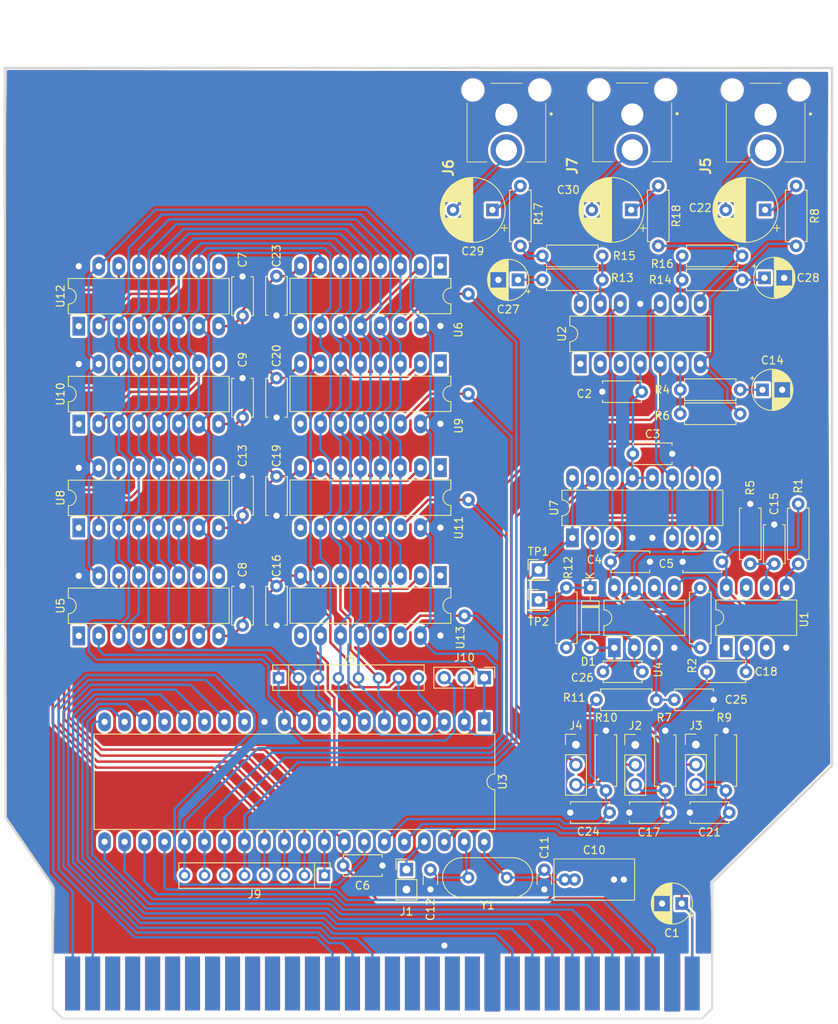
<source format=kicad_pcb>
(kicad_pcb (version 20221018) (generator pcbnew)
  (layers (0 "F.Cu" signal) (31 "B.Cu" signal) (34 "B.Paste" user) (35 "F.Paste" user) (36 "B.SilkS" user "B.Silkscreen") (37 "F.SilkS" user "F.Silkscreen") (38 "B.Mask" user) (39 "F.Mask" user) (44 "Edge.Cuts" user))
  (net 0 "")
  (net 1 "VSS")
  (net 2 "Net-(U3-XTAL1)")
  (net 3 "VCC")
  (net 4 "Net-(U3-XTAL2)")
  (net 5 "Net-(U1-INT)")
  (net 6 "Net-(U1-VIDEO)")
  (net 7 "Net-(U4A-+)")
  (net 8 "Net-(D1-A)")
  (net 9 "Net-(U4A--)")
  (net 43 "/R0")
  (net 44 "/R1")
  (net 45 "/R2")
  (net 46 "/R3")
  (net 47 "/R4")
  (net 48 "/R5")
  (net 49 "/R6")
  (net 50 "/R7")
  (net 51 "/nINT")
  (net 52 "/nRESET")
  (net 53 "/nCSR")
  (net 54 "/MODE")
  (net 55 "/nCSW")
  (net 56 "/D5")
  (net 57 "/D6")
  (net 58 "/D7")
  (net 59 "/D0")
  (net 60 "/D1")
  (net 61 "/D2")
  (net 62 "/D3")
  (net 63 "/D4")
  (net 64 "/RnW")
  (net 65 "/nCAS")
  (net 66 "/nRAS")
  (net 67 "/Yr")
  (net 68 "/Y")
  (net 69 "/Yb")
  (net 70 "/GCLK")
  (net 82 "Net-(C22-Pad1)")
  (net 83 "Net-(C28-Pad1)")
  (net 85 "Net-(C22-Pad2)")
  (net 86 "Net-(D1-K)")
  (net 87 "Net-(C29-Pad1)")
  (net 88 "Net-(J2-Pin_2)")
  (net 89 "Net-(C14-Pad1)")
  (net 90 "Net-(C30-Pad1)")
  (net 91 "Net-(J3-Pin_2)")
  (net 92 "Net-(J4-Pin_2)")
  (net 93 "Net-(C27-Pad1)")
  (net 94 "Net-(C30-Pad2)")
  (net 95 "Net-(U1-BURST)")
  (net 96 "Net-(U7-IN1)")
  (net 97 "Net-(U4B--)")
  (net 98 "Net-(U2A--)")
  (net 99 "Net-(U2B--)")
  (net 100 "Net-(U2C--)")
  (net 102 "Net-(R6-Pad2)")
  (net 105 "Net-(R15-Pad2)")
  (net 106 "Net-(R16-Pad2)")
  (net 107 "Net-(C29-Pad2)")
  (net 111 "Net-(U2C-+)")
  (net 112 "Net-(U2B-+)")
  (net 115 "/AD0")
  (net 116 "/AD7")
  (net 117 "/AD5")
  (net 118 "/AD6")
  (net 120 "/AD2")
  (net 121 "/AD3")
  (net 122 "/AD4")
  (net 123 "/AD1")
  (footprint "Connector_PCBEdge_EXT:PICERINO-EDGE" (layer "F.Cu") (at 114.554 149.86)
    (fp_text reference "CON1" hide)
    (fp_text value "PICERINO-EDGE" hide)
    (fp_line (start -2.54 -3.81) (end -2.54 3.175) (stroke (width 0.254)) (layer "Edge.Cuts"))
    (fp_line (start -2.54 3.175) (end -1.27 4.445) (stroke (width 0.254)) (layer "Edge.Cuts"))
    (fp_line (start -1.27 4.445) (end 80.01 4.445) (stroke (width 0.254)) (layer "Edge.Cuts"))
    (fp_line (start 80.01 4.445) (end 81.28 3.175) (stroke (width 0.254)) (layer "Edge.Cuts"))
    (fp_line (start 81.28 3.175) (end 81.28 -3.81) (stroke (width 0.254)) (layer "Edge.Cuts"))
  )
  (footprint "RCJ-041:RCJ041_TS" (layer "F.Cu") (at 202.624 39.472 90)
    (fp_text reference "J5")
    (fp_text value "Y" hide)
  )
  (footprint "Connector_PinHeader_2.54mm:PinHeader_1x03_P2.54mm_Vertical" (layer "F.Cu") (at 193.755 119.507)
    (fp_text reference "J3")
    (fp_text value "Conn_01x03")
  )
  (footprint "Package_DIP:DIP-16_W7.62mm_LongPads" (layer "F.Cu") (at 115.331 78.77 90)
    (fp_text reference "U10")
    (fp_text value "MK4516N")
  )
  (footprint "Resistor_THT:R_Axial_DIN0207_L6.3mm_D2.5mm_P7.62mm_Horizontal" (layer "F.Cu") (at 191.775 74.407)
    (fp_text reference "R4")
    (fp_text value "510R")
  )
  (footprint "Capacitor_THT:CP_Radial_D8.0mm_P5.00mm" (layer "F.Cu") (at 185.536651 51.562 180)
    (fp_text reference "C30")
    (fp_text value "470uF")
  )
  (footprint "Capacitor_THT:C_Rect_L10.0mm_W5.0mm_P5.00mm_P7.50mm" (layer "F.Cu") (at 177.098 136.652)
    (fp_text reference "C10")
    (fp_text value "20pf")
  )
  (footprint "Package_DIP:DIP-8_W7.62mm_LongPads" (layer "F.Cu") (at 197.622 107.188 90)
    (fp_text reference "U1")
    (fp_text value "LM1881")
  )
  (footprint "Resistor_THT:R_Axial_DIN0207_L6.3mm_D2.5mm_P7.62mm_Horizontal" (layer "F.Cu") (at 191.77 77.47)
    (fp_text reference "R6")
    (fp_text value "430R")
  )
  (footprint "Capacitor_THT:CP_Radial_D8.0mm_P5.00mm" (layer "F.Cu") (at 202.554651 51.562 180)
    (fp_text reference "C22")
    (fp_text value "470uF")
  )
  (footprint "Package_DIP:DIP-40_W15.24mm_LongPads" (layer "F.Cu") (at 166.873 116.606 -90)
    (fp_text reference "U3")
    (fp_text value "TMS9928A")
  )
  (footprint "Capacitor_THT:C_Disc_D4.7mm_W2.5mm_P5.00mm" (layer "F.Cu") (at 140.462 72.938 -90)
    (fp_text reference "C20")
    (fp_text value "100nF")
  )
  (footprint "Capacitor_THT:C_Disc_D4.7mm_W2.5mm_P5.00mm" (layer "F.Cu") (at 136.144 104.354 90)
    (fp_text reference "C8")
    (fp_text value "100nF")
  )
  (footprint "Resistor_THT:R_Axial_DIN0207_L6.3mm_D2.5mm_P7.62mm_Horizontal" (layer "F.Cu") (at 197.565 125.349 90)
    (fp_text reference "R9")
    (fp_text value "470R")
  )
  (footprint "Connector_PinHeader_2.54mm:PinHeader_1x01_P2.54mm_Vertical" (layer "F.Cu") (at 173.756 101.122)
    (fp_text reference "TP2")
    (fp_text value "TestPoint")
  )
  (footprint "Capacitor_THT:C_Disc_D3.0mm_W1.6mm_P2.50mm" (layer "F.Cu") (at 174.498 137.902 90)
    (fp_text reference "C11")
    (fp_text value "18pF")
  )
  (footprint "Capacitor_THT:C_Disc_D4.7mm_W2.5mm_P5.00mm" (layer "F.Cu") (at 136.144 90.384 90)
    (fp_text reference "C13")
    (fp_text value "100nF")
  )
  (footprint "Package_DIP:DIP-16_W7.62mm_LongPads" (layer "F.Cu") (at 161.29 58.689 -90)
    (fp_text reference "U6")
    (fp_text value "MK4516N")
  )
  (footprint "Package_DIP:DIP-16_W7.62mm_LongPads" (layer "F.Cu") (at 115.331 91.963 90)
    (fp_text reference "U8")
    (fp_text value "MK4516N")
  )
  (footprint "Resistor_THT:R_Axial_DIN0207_L6.3mm_D2.5mm_P7.62mm_Horizontal" (layer "F.Cu") (at 181.864 57.404 180)
    (fp_text reference "R15")
    (fp_text value "200R")
  )
  (footprint "Package_DIP:DIP-16_W7.62mm_LongPads" (layer "F.Cu") (at 178.069 93.233 90)
    (fp_text reference "U7")
    (fp_text value "ADG453")
  )
  (footprint "Crystal:Crystal_HC49-4H_Vertical" (layer "F.Cu") (at 169.726 136.398 180)
    (fp_text reference "Y1")
    (fp_text value "Crystal")
  )
  (footprint "Diode_THT:D_DO-35_SOD27_P7.62mm_Horizontal" (layer "F.Cu") (at 180.34 99.568 -90)
    (fp_text reference "D1")
    (fp_text value "D_Schottky")
  )
  (footprint "Capacitor_THT:C_Disc_D4.7mm_W2.5mm_P5.00mm" (layer "F.Cu") (at 136.144 77.938 90)
    (fp_text reference "C9")
    (fp_text value "100nF")
  )
  (footprint "Capacitor_THT:C_Disc_D4.7mm_W2.5mm_P5.00mm" (layer "F.Cu") (at 190.293 128.143 180)
    (fp_text reference "C17")
    (fp_text value "220pf")
  )
  (footprint "Connector_PinHeader_2.54mm:PinHeader_1x03_P2.54mm_Vertical" (layer "F.Cu") (at 186.055 119.537)
    (fp_text reference "J2")
    (fp_text value "Conn_01x03")
  )
  (footprint "Resistor_THT:R_Axial_DIN0207_L6.3mm_D2.5mm_P7.62mm_Horizontal" (layer "F.Cu") (at 194.32 107.203 90)
    (fp_text reference "R2")
    (fp_text value "510R")
  )
  (footprint "Resistor_THT:R_Axial_DIN0207_L6.3mm_D2.5mm_P7.62mm_Horizontal" (layer "F.Cu") (at 206.502 48.514 -90)
    (fp_text reference "R8")
    (fp_text value "75R")
  )
  (footprint "Package_DIP:DIP-16_W7.62mm_LongPads" (layer "F.Cu") (at 161.29 84.313 -90)
    (fp_text reference "U11")
    (fp_text value "MK4516N")
  )
  (footprint "Capacitor_THT:C_Disc_D4.7mm_W2.5mm_P5.00mm" (layer "F.Cu") (at 197.074 96.266 180)
    (fp_text reference "C5")
    (fp_text value "100nF")
  )
  (footprint "Capacitor_THT:CP_Radial_D5.0mm_P2.50mm" (layer "F.Cu") (at 202.478 60.198)
    (fp_text reference "C28")
    (fp_text value "33uF")
  )
  (footprint "Resistor_THT:R_Axial_DIN0207_L6.3mm_D2.5mm_P7.62mm_Horizontal" (layer "F.Cu") (at 189.865 125.349 90)
    (fp_text reference "R7")
    (fp_text value "470R")
  )
  (footprint "Connector_PinHeader_2.54mm:PinHeader_1x03_P2.54mm_Vertical" (layer "F.Cu") (at 166.863 110.998 -90)
    (fp_text reference "J10")
    (fp_text value "Conn_01x03")
  )
  (footprint "Capacitor_THT:C_Disc_D4.7mm_W2.5mm_P5.00mm" (layer "F.Cu") (at 203.718 96.535 90)
    (fp_text reference "C15")
    (fp_text value "100nF")
  )
  (footprint "Resistor_THT:R_Axial_DIN0207_L6.3mm_D2.5mm_P7.62mm_Horizontal" (layer "F.Cu") (at 171.45 48.514 -90)
    (fp_text reference "R17")
    (fp_text value "75R")
  )
  (footprint "Package_DIP:DIP-16_W7.62mm_LongPads" (layer "F.Cu") (at 161.29 71.12 -90)
    (fp_text reference "U9")
    (fp_text value "MK4516N")
  )
  (footprint "Resistor_THT:R_Axial_DIN0207_L6.3mm_D2.5mm_P7.62mm_Horizontal" (layer "F.Cu") (at 188.976 48.514 -90)
    (fp_text reference "R18")
    (fp_text value "75R")
  )
  (footprint "Capacitor_THT:C_Disc_D4.7mm_W2.5mm_P5.00mm" (layer "F.Cu") (at 177.793 128.143)
    (fp_text reference "C24")
    (fp_text value "220pf")
  )
  (footprint "Resistor_THT:R_Axial_DIN0207_L6.3mm_D2.5mm_P7.62mm_Horizontal" (layer "F.Cu") (at 192.024 57.404)
    (fp_text reference "R16")
    (fp_text value "270R")
  )
  (footprint "Resistor_THT:R_Axial_DIN0207_L6.3mm_D2.5mm_P7.62mm_Horizontal" (layer "F.Cu") (at 181.864 60.437 180)
    (fp_text reference "R13")
    (fp_text value "510R")
  )
  (footprint "Capacitor_THT:C_Disc_D4.7mm_W2.5mm_P5.00mm" (layer "F.Cu") (at 191.018 113.807)
    (fp_text reference "C25")
    (fp_text value "10nF")
  )
  (footprint "Capacitor_THT:C_Disc_D4.7mm_W2.5mm_P5.00mm" (layer "F.Cu") (at 185.754 82.55)
    (fp_text reference "C3")
    (fp_text value "100nF")
  )
  (footprint "Capacitor_THT:C_Disc_D3.0mm_W1.6mm_P2.50mm" (layer "F.Cu") (at 160.02 135.402 -90)
    (fp_text reference "C12")
    (fp_text value "33pF")
  )
  (footprint "Package_SIP:SIP-8_19x3mm_P2.54mm" (layer "F.Cu") (at 140.716 111.028)
    (fp_text reference "J8")
    (fp_text value "Conn_01x08")
  )
  (footprint "Capacitor_THT:CP_Radial_D8.0mm_P5.00mm" (layer "F.Cu") (at 167.894 51.562 180)
    (fp_text reference "C29")
    (fp_text value "470uF")
  )
  (footprint "Package_DIP:DIP-16_W7.62mm_LongPads" (layer "F.Cu") (at 115.331 66.339 90)
    (fp_text reference "U12")
    (fp_text value "MK4516N")
  )
  (footprint "Resistor_THT:R_Axial_DIN0207_L6.3mm_D2.5mm_P7.62mm_Horizontal" (layer "F.Cu") (at 200.67 88.915 -90)
    (fp_text reference "R5")
    (fp_text value "680k")
  )
  (footprint "Connector_PinHeader_2.54mm:PinHeader_1x03_P2.54mm_Vertical" (layer "F.Cu") (at 178.515 119.522)
    (fp_text reference "J4")
    (fp_text value "Conn_01x03")
  )
  (footprint "RCJ-041:RCJ041_TS" (layer "F.Cu") (at 169.672 39.472 90)
    (fp_text reference "J6")
    (fp_text value "Yr" hide)
  )
  (footprint "Capacitor_THT:C_Disc_D4.7mm_W2.5mm_P5.00mm" (layer "F.Cu") (at 182.92 96.266)
    (fp_text reference "C4")
    (fp_text value "100nF")
  )
  (footprint "Capacitor_THT:CP_Radial_D5.0mm_P2.50mm" (layer "F.Cu") (at 171.156 60.452 180)
    (fp_text reference "C27")
    (fp_text value "33uF")
  )
  (footprint "Resistor_THT:R_Axial_DIN0207_L6.3mm_D2.5mm_P7.62mm_Horizontal" (layer "F.Cu") (at 177.292 99.568 -90)
    (fp_text reference "R12")
    (fp_text value "510R")
  )
  (footprint "Package_DIP:DIP-8_W7.62mm_LongPads" (layer "F.Cu") (at 183.398 107.203 90)
    (fp_text reference "U4")
    (fp_text value "NE5532")
  )
  (footprint "Resistor_THT:R_Axial_DIN0207_L6.3mm_D2.5mm_P7.62mm_Horizontal" (layer "F.Cu") (at 182.325 117.729 -90)
    (fp_text reference "R10")
    (fp_text value "470R")
  )
  (footprint "RCJ-041:RCJ041_TS" (layer "F.Cu") (at 185.674 39.442 90)
    (fp_text reference "J7")
    (fp_text value "Yb" hide)
  )
  (footprint "Connector_PinHeader_2.54mm:PinHeader_1x01_P2.54mm_Vertical" (layer "F.Cu") (at 173.756 97.312)
    (fp_text reference "TP1")
    (fp_text value "TestPoint")
  )
  (footprint "Package_DIP:DIP-14_W7.62mm_LongPads" (layer "F.Cu") (at 179.07 71.12 90)
    (fp_text reference "U2")
    (fp_text value "AD813")
  )
  (footprint "Resistor_THT:R_Axial_DIN0207_L6.3mm_D2.5mm_P7.62mm_Horizontal" (layer "F.Cu") (at 192.024 60.452)
    (fp_text reference "R14")
    (fp_text value "510R")
  )
  (footprint "Capacitor_THT:C_Disc_D4.7mm_W2.5mm_P5.00mm" (layer "F.Cu") (at 140.447 59.984 -90)
    (fp_text reference "C23")
    (fp_text value "100nF")
  )
  (footprint "Package_DIP:DIP-16_W7.62mm_LongPads" (layer "F.Cu") (at 161.29 98.029 -90)
    (fp_text reference "U13")
    (fp_text value "MK4516N")
  )
  (footprint "Capacitor_THT:C_Disc_D4.7mm_W2.5mm_P5.00mm" (layer "F.Cu") (at 140.462 85.424 -90)
    (fp_text reference "C19")
    (fp_text value "100nF")
  )
  (footprint "Capacitor_THT:CP_Radial_D5.0mm_P2.50mm" (layer "F.Cu") (at 191.959112 139.7 180)
    (fp_text reference "C1")
    (fp_text value "10uF")
  )
  (footprint "Resistor_THT:R_Axial_DIN0207_L6.3mm_D2.5mm_P7.62mm_Horizontal" (layer "F.Cu") (at 188.732 113.807 180)
    (fp_text reference "R11")
    (fp_text value "1K")
  )
  (footprint "Capacitor_THT:C_Disc_D4.7mm_W2.5mm_P5.00mm" (layer "F.Cu") (at 195.122 110.251)
    (fp_text reference "C18")
    (fp_text value "100nF")
  )
  (footprint "Capacitor_THT:C_Disc_D4.7mm_W2.5mm_P5.00mm" (layer "F.Cu") (at 140.462 99.354 -90)
    (fp_text reference "C16")
    (fp_text value "100nF")
  )
  (footprint "Capacitor_THT:C_Disc_D4.7mm_W2.5mm_P5.00mm" (layer "F.Cu") (at 148.924 134.874)
    (fp_text reference "C6")
    (fp_text value "100nF")
  )
  (footprint "Capacitor_THT:C_Disc_D4.7mm_W2.5mm_P5.00mm" (layer "F.Cu") (at 186.869 74.661 180)
    (fp_text reference "C2")
    (fp_text value "100nF")
  )
  (footprint "Resistor_THT:R_Axial_DIN0207_L6.3mm_D2.5mm_P7.62mm_Horizontal" (layer "F.Cu") (at 206.766 96.535 90)
    (fp_text reference "R1")
    (fp_text value "10K")
  )
  (footprint "Capacitor_THT:CP_Radial_D5.0mm_P2.50mm" (layer "F.Cu") (at 202.224 74.422)
    (fp_text reference "C14")
    (fp_text value "33uF")
  )
  (footprint "Capacitor_THT:C_Disc_D4.7mm_W2.5mm_P5.00mm" (layer "F.Cu") (at 197.993 128.143 180)
    (fp_text reference "C21")
    (fp_text value "220pf")
  )
  (footprint "Package_SIP:SIP-8_19x3mm_P2.54mm" (layer "F.Cu") (at 146.558 136.114 180)
    (fp_text reference "J9")
    (fp_text value "Conn_01x08")
  )
  (footprint "Connector_PinHeader_2.54mm:PinHeader_1x02_P2.54mm_Vertical" (layer "F.Cu") (at 156.972 135.377)
    (fp_text reference "J1")
    (fp_text value "Conn_01x02")
  )
  (footprint "Package_DIP:DIP-16_W7.62mm_LongPads" (layer "F.Cu") (at 115.331 105.679 90)
    (fp_text reference "U5")
    (fp_text value "MK4516N")
  )
  (footprint "Capacitor_THT:C_Disc_D4.7mm_W2.5mm_P5.00mm" (layer "F.Cu") (at 181.954 110.236)
    (fp_text reference "C26")
    (fp_text value "220pf")
  )
  (footprint "Capacitor_THT:C_Disc_D4.7mm_W2.5mm_P5.00mm" (layer "F.Cu") (at 136.144 65.024 90)
    (fp_text reference "C7")
    (fp_text value "100nF")
  )
  (gr_line (start 211.074 33.528) (end 211.074 49.53) (stroke (width 0.3048)) (layer "Edge.Cuts"))
  (gr_line (start 211.074 122.174) (end 211.074 49.53) (stroke (width 0.3048)) (layer "Edge.Cuts"))
  (gr_line (start 105.918 33.528) (end 106.045 128.778) (stroke (width 0.3048)) (layer "Edge.Cuts"))
  (gr_line (start 112.014 137.414) (end 112.014 146.05) (stroke (width 0.3048)) (layer "Edge.Cuts"))
  (gr_line (start 195.834 137.033) (end 211.074 122.174) (stroke (width 0.3048)) (layer "Edge.Cuts"))
  (gr_line (start 211.074 33.528) (end 105.918 33.528) (stroke (width 0.3048)) (layer "Edge.Cuts"))
  (gr_line (start 195.834 137.033) (end 195.834 146.05) (stroke (width 0.3048)) (layer "Edge.Cuts"))
  (gr_line (start 106.045 128.778) (end 112.014 137.414) (stroke (width 0.3048)) (layer "Edge.Cuts"))
  (gr_text "2023 JAY CONVERTINO\nTMS992X TEST BOARD\nV1" (at 137.414 40.64) (layer "F.Cu") (effects (font (size 1.5 1.5) (thickness 0.3302))))
  (gr_text "Yr" (at 161.671 37.5158) (layer "F.Cu") (effects (font (size 1.5 1.5) (thickness 0.3))))
  (gr_text "Yb" (at 177.8 37.338) (layer "F.Cu") (effects (font (size 1.5 1.5) (thickness 0.3))))
  (gr_text "Y" (at 194.183 37.465) (layer "F.Cu") (effects (font (size 1.5 1.5) (thickness 0.3))))
  (via (at 161.798 145.034) (size 1.6256) (drill 0.7874) (layers "F.Cu" "B.Cu") (net 1))
  (segment (start 167.894 149.86) (end 167.894 146.1262) (width 0.3048) (layer "B.Cu") (net 1))
  (segment (start 167.894 146.1262) (end 166.8018 145.034) (width 0.3048) (layer "B.Cu") (net 1))
  (segment (start 166.8018 145.034) (end 161.798 145.034) (width 0.3048) (layer "B.Cu") (net 1))
  (segment (start 166.873 133.545) (end 169.726 136.398) (width 0.3048) (layer "B.Cu") (net 2))
  (segment (start 173.502 136.398) (end 174.498 135.402) (width 0.3048) (layer "B.Cu") (net 2))
  (segment (start 175.748 136.652) (end 174.498 135.402) (width 0.3048) (layer "B.Cu") (net 2))
  (segment (start 166.873 131.846) (end 166.873 133.545) (width 0.3048) (layer "B.Cu") (net 2))
  (segment (start 169.726 136.398) (end 173.502 136.398) (width 0.3048) (layer "B.Cu") (net 2))
  (segment (start 177.098 136.652) (end 175.748 136.652) (width 0.3048) (layer "B.Cu") (net 2))
  (segment (start 174.95375 139.2242) (end 153.2742 139.2242) (width 0.3048) (layer "F.Cu") (net 3))
  (segment (start 140.462 85.424) (end 142.399 85.424) (width 0.3048) (layer "F.Cu") (net 3))
  (segment (start 136.144 77.256) (end 136.144 77.938) (width 0.3048) (layer "F.Cu") (net 3))
  (segment (start 146.9782 112.6882) (end 146.9782 109.132199) (width 0.3048) (layer "F.Cu") (net 3))
  (segment (start 144.7672 106.921199) (end 144.7672 99.2862) (width 0.3048) (layer "F.Cu") (net 3))
  (segment (start 140.447 59.984) (end 142.215 59.984) (width 0.3048) (layer "F.Cu") (net 3))
  (segment (start 192.0112 138.4428) (end 208.026 122.428) (width 0.3048) (layer "F.Cu") (net 3))
  (segment (start 185.42 102.616) (end 201.422 102.616) (width 0.3048) (layer "F.Cu") (net 3))
  (segment (start 197.622 99.832) (end 197.622 99.329) (width 0.3048) (layer "F.Cu") (net 3))
  (segment (start 193.294 149.86) (end 193.294 141.034888) (width 0.3048) (layer "F.Cu") (net 3))
  (segment (start 183.398 100.594) (end 185.42 102.616) (width 0.3048) (layer "F.Cu") (net 3))
  (segment (start 147.8102 130.5632) (end 147.8102 113.5202) (width 0.3048) (layer "F.Cu") (net 3))
  (segment (start 191.806712 138.4428) (end 175.73515 138.4428) (width 0.3048) (layer "F.Cu") (net 3))
  (segment (start 136.144 103.672) (end 136.144 104.354) (width 0.3048) (layer "F.Cu") (net 3))
  (segment (start 147.8102 113.5202) (end 146.9782 112.6882) (width 0.3048) (layer "F.Cu") (net 3))
  (segment (start 200.406 102.616) (end 197.622 99.832) (width 0.3048) (layer "F.Cu") (net 3))
  (segment (start 142.399 85.424) (end 143.51 84.313) (width 0.3048) (layer "F.Cu") (net 3))
  (segment (start 133.111 91.963) (end 134.565 91.963) (width 0.3048) (layer "F.Cu") (net 3))
  (segment (start 133.111 78.77) (end 135.312 78.77) (width 0.3048) (layer "F.Cu") (net 3))
  (segment (start 135.312 78.77) (end 136.144 77.938) (width 0.3048) (layer "F.Cu") (net 3))
  (segment (start 136.144 64.287) (end 136.144 65.024) (width 0.3048) (layer "F.Cu") (net 3))
  (segment (start 191.806712 138.4428) (end 192.0112 138.4428) (width 0.3048) (layer "F.Cu") (net 3))
  (segment (start 136.144 77.938) (end 136.144 81.106) (width 0.3048) (layer "F.Cu") (net 3))
  (segment (start 191.959112 138.5952) (end 191.806712 138.4428) (width 0.3048) (layer "F.Cu") (net 3))
  (segment (start 140.462 99.354) (end 136.144 103.672) (width 0.3048) (layer "F.Cu") (net 3))
  (segment (start 208.026 104.14) (end 206.502 102.616) (width 0.3048) (layer "F.Cu") (net 3))
  (segment (start 140.447 59.984) (end 136.144 64.287) (width 0.3048) (layer "F.Cu") (net 3))
  (segment (start 136.144 89.742) (end 136.144 90.384) (width 0.3048) (layer "F.Cu") (net 3))
  (segment (start 136.144 95.036) (end 140.462 99.354) (width 0.3048) (layer "F.Cu") (net 3))
  (segment (start 142.215 59.984) (end 143.51 58.689) (width 0.3048) (layer "F.Cu") (net 3))
  (segment (start 133.111 66.339) (end 134.829 66.339) (width 0.3048) (layer "F.Cu") (net 3))
  (segment (start 191.959112 139.7) (end 191.959112 138.5952) (width 0.3048) (layer "F.Cu") (net 3))
  (segment (start 136.144 68.62) (end 140.462 72.938) (width 0.3048) (layer "F.Cu") (net 3))
  (segment (start 140.462 85.424) (end 136.144 89.742) (width 0.3048) (layer "F.Cu") (net 3))
  (segment (start 175.73515 138.4428) (end 174.95375 139.2242) (width 0.3048) (layer "F.Cu") (net 3))
  (segment (start 208.026 122.428) (end 208.026 104.14) (width 0.3048) (layer "F.Cu") (net 3))
  (segment (start 193.294 141.034888) (end 191.959112 139.7) (width 0.3048) (layer "F.Cu") (net 3))
  (segment (start 153.2742 139.2242) (end 148.924 134.874) (width 0.3048) (layer "F.Cu") (net 3))
  (segment (start 146.9782 109.132199) (end 144.7672 106.921199) (width 0.3048) (layer "F.Cu") (net 3))
  (segment (start 206.502 102.616) (end 201.422 102.616) (width 0.3048) (layer "F.Cu") (net 3))
  (segment (start 141.692 72.938) (end 143.51 71.12) (width 0.3048) (layer "F.Cu") (net 3))
  (segment (start 134.829 66.339) (end 136.144 65.024) (width 0.3048) (layer "F.Cu") (net 3))
  (segment (start 134.819 105.679) (end 136.144 104.354) (width 0.3048) (layer "F.Cu") (net 3))
  (segment (start 143.51 98.029) (end 141.787 98.029) (width 0.3048) (layer "F.Cu") (net 3))
  (segment (start 144.7672 99.2862) (end 143.51 98.029) (width 0.3048) (layer "F.Cu") (net 3))
  (segment (start 140.462 72.938) (end 136.144 77.256) (width 0.3048) (layer "F.Cu") (net 3))
  (segment (start 201.422 102.616) (end 200.406 102.616) (width 0.3048) (layer "F.Cu") (net 3))
  (segment (start 136.144 90.384) (end 136.144 95.036) (width 0.3048) (layer "F.Cu") (net 3))
  (segment (start 136.144 65.024) (end 136.144 68.62) (width 0.3048) (layer "F.Cu") (net 3))
  (segment (start 134.565 91.963) (end 136.144 90.384) (width 0.3048) (layer "F.Cu") (net 3))
  (segment (start 133.111 105.679) (end 134.819 105.679) (width 0.3048) (layer "F.Cu") (net 3))
  (segment (start 140.462 72.938) (end 141.692 72.938) (width 0.3048) (layer "F.Cu") (net 3))
  (segment (start 141.787 98.029) (end 140.462 99.354) (width 0.3048) (layer "F.Cu") (net 3))
  (segment (start 183.398 99.583) (end 183.398 100.594) (width 0.3048) (layer "F.Cu") (net 3))
  (segment (start 136.144 81.106) (end 140.462 85.424) (width 0.3048) (layer "F.Cu") (net 3))
  (segment (start 149.093 131.846) (end 147.8102 130.5632) (width 0.3048) (layer "F.Cu") (net 3))
  (segment (start 193.294 149.86) (end 193.294 141.034888) (width 0.3048) (layer "B.Cu") (net 3))
  (segment (start 185.754 82.55) (end 185.754 75.776) (width 0.3048) (layer "B.Cu") (net 3))
  (segment (start 185.689 82.615) (end 185.754 82.55) (width 0.3048) (layer "B.Cu") (net 3))
  (segment (start 184.4062 86.8958) (end 185.689 85.613) (width 0.3048) (layer "B.Cu") (net 3))
  (segment (start 186.69 74.482) (end 186.869 74.661) (width 0.3048) (layer "B.Cu") (net 3))
  (segment (start 186.69 71.12) (end 186.69 74.482) (width 0.3048) (layer "B.Cu") (net 3))
  (segment (start 185.689 85.613) (end 185.689 82.615) (width 0.3048) (layer "B.Cu") (net 3))
  (segment (start 193.294 141.034888) (end 191.959112 139.7) (width 0.3048) (layer "B.Cu") (net 3))
  (segment (start 206.502 94.742) (end 206.766 94.478) (width 0.3048) (layer "B.Cu") (net 3))
  (segment (start 184.4062 94.7798) (end 184.4062 86.8958) (width 0.3048) (layer "B.Cu") (net 3))
  (segment (start 197.074 96.266) (end 197.622 96.814) (width 0.3048) (layer "B.Cu") (net 3))
  (segment (start 148.924 134.874) (end 148.924 132.015) (width 0.3048) (layer "B.Cu") (net 3))
  (segment (start 183.398 99.583) (end 182.92 99.105) (width 0.3048) (layer "B.Cu") (net 3))
  (segment (start 182.92 96.266) (end 184.4062 94.7798) (width 0.3048) (layer "B.Cu") (net 3))
  (segment (start 198.598 94.742) (end 206.502 94.742) (width 0.3048) (layer "B.Cu") (net 3))
  (segment (start 206.766 94.478) (end 206.766 88.915) (width 0.3048) (layer "B.Cu") (net 3))
  (segment (start 148.924 132.015) (end 149.093 131.846) (width 0.3048) (layer "B.Cu") (net 3))
  (segment (start 182.92 99.105) (end 182.92 96.266) (width 0.3048) (layer "B.Cu") (net 3))
  (segment (start 197.074 96.266) (end 198.598 94.742) (width 0.3048) (layer "B.Cu") (net 3))
  (segment (start 188.229 85.613) (end 185.689 85.613) (width 0.3048) (layer "B.Cu") (net 3))
  (segment (start 185.754 75.776) (end 186.869 74.661) (width 0.3048) (layer "B.Cu") (net 3))
  (segment (start 197.622 96.814) (end 197.622 99.329) (width 0.3048) (layer "B.Cu") (net 3))
  (segment (start 164.592 132.105) (end 164.592 136.144) (width 0.3048) (layer "B.Cu") (net 4))
  (segment (start 160.02 135.402) (end 161.016 136.398) (width 0.3048) (layer "B.Cu") (net 4))
  (segment (start 164.592 136.144) (end 164.846 136.398) (width 0.3048) (layer "B.Cu") (net 4))
  (segment (start 161.016 136.398) (end 164.846 136.398) (width 0.3048) (layer "B.Cu") (net 4))
  (segment (start 164.333 131.846) (end 164.592 132.105) (width 0.3048) (layer "B.Cu") (net 4))
  (segment (start 202.702 99.568) (end 202.702 97.551) (width 0.3048) (layer "B.Cu") (net 5))
  (segment (start 202.702 97.551) (end 203.718 96.535) (width 0.3048) (layer "B.Cu") (net 5))
  (segment (start 203.718 96.535) (end 200.67 96.535) (width 0.3048) (layer "B.Cu") (net 5))
  (segment (start 200.162 110.211) (end 200.122 110.251) (width 0.3048) (layer "B.Cu") (net 6))
  (segment (start 200.162 107.188) (end 200.162 110.211) (width 0.3048) (layer "B.Cu") (net 6))
  (segment (start 188.732 113.807) (end 188.732 107.457) (width 0.3048) (layer "B.Cu") (net 7))
  (segment (start 188.732 113.807) (end 191.018 113.807) (width 0.3048) (layer "B.Cu") (net 7))
  (segment (start 188.732 107.457) (end 188.478 107.203) (width 0.3048) (layer "B.Cu") (net 7))
  (segment (start 183.398 107.203) (end 183.398 108.792) (width 0.3048) (layer "B.Cu") (net 8))
  (segment (start 183.398 107.203) (end 180.355 107.203) (width 0.3048) (layer "B.Cu") (net 8))
  (segment (start 183.398 108.792) (end 181.954 110.236) (width 0.3048) (layer "B.Cu") (net 8))
  (segment (start 180.355 107.203) (end 180.34 107.188) (width 0.3048) (layer "B.Cu") (net 8))
  (segment (start 184.7938 105.5458) (end 185.938 106.69) (width 0.3048) (layer "B.Cu") (net 9))
  (segment (start 186.954 110.236) (end 185.928 109.21) (width 0.3048) (layer "B.Cu") (net 9))
  (segment (start 185.938 106.69) (end 185.938 107.203) (width 0.3048) (layer "B.Cu") (net 9))
  (segment (start 185.928 108.966) (end 185.938 108.956) (width 0.3048) (layer "B.Cu") (net 9))
  (segment (start 177.292 107.188) (end 178.9342 105.5458) (width 0.3048) (layer "B.Cu") (net 9))
  (segment (start 185.928 109.21) (end 185.928 108.966) (width 0.3048) (layer "B.Cu") (net 9))
  (segment (start 185.938 108.956) (end 185.938 107.203) (width 0.3048) (layer "B.Cu") (net 9))
  (segment (start 178.9342 105.5458) (end 184.7938 105.5458) (width 0.3048) (layer "B.Cu") (net 9))
  (segment (start 114.0738 102.3342) (end 116.078 100.33) (width 0.3048) (layer "F.Cu") (net 43))
  (segment (start 114.0738 116.006402) (end 114.0738 102.3342) (width 0.3048) (layer "F.Cu") (net 43))
  (segment (start 138.938 120.142) (end 118.209398 120.142) (width 0.3048) (layer "F.Cu") (net 43))
  (segment (start 120.411 99.807) (end 120.411 98.059) (width 0.3048) (layer "F.Cu") (net 43))
  (segment (start 146.553 131.846) (end 146.553 127.757) (width 0.3048) (layer "F.Cu") (net 43))
  (segment (start 116.078 100.33) (end 119.888 100.33) (width 0.3048) (layer "F.Cu") (net 43))
  (segment (start 119.888 100.33) (end 120.411 99.807) (width 0.3048) (layer "F.Cu") (net 43))
  (segment (start 118.209398 120.142) (end 114.0738 116.006402) (width 0.3048) (layer "F.Cu") (net 43))
  (segment (start 146.553 127.757) (end 138.938 120.142) (width 0.3048) (layer "F.Cu") (net 43))
  (segment (start 146.553 136.109) (end 146.558 136.114) (width 0.3048) (layer "B.Cu") (net 43))
  (segment (start 146.553 131.846) (end 146.553 136.109) (width 0.3048) (layer "B.Cu") (net 43))
  (segment (start 118.872 87.122) (end 120.411 85.583) (width 0.3048) (layer "F.Cu") (net 44))
  (segment (start 113.464699 116.258699) (end 113.464699 89.227301) (width 0.3048) (layer "F.Cu") (net 44))
  (segment (start 113.464699 89.227301) (end 115.57 87.122) (width 0.3048) (layer "F.Cu") (net 44))
  (segment (start 118.11 120.904) (end 113.464699 116.258699) (width 0.3048) (layer "F.Cu") (net 44))
  (segment (start 115.57 87.122) (end 118.872 87.122) (width 0.3048) (layer "F.Cu") (net 44))
  (segment (start 144.013 128.265) (end 136.652 120.904) (width 0.3048) (layer "F.Cu") (net 44))
  (segment (start 120.411 85.583) (end 120.411 84.343) (width 0.3048) (layer "F.Cu") (net 44))
  (segment (start 136.652 120.904) (end 118.11 120.904) (width 0.3048) (layer "F.Cu") (net 44))
  (segment (start 144.013 131.846) (end 144.013 128.265) (width 0.3048) (layer "F.Cu") (net 44))
  (segment (start 144.013 136.109) (end 144.018 136.114) (width 0.3048) (layer "B.Cu") (net 44))
  (segment (start 144.013 131.846) (end 144.013 136.109) (width 0.3048) (layer "B.Cu") (net 44))
  (segment (start 120.411 73.391) (end 120.411 71.15) (width 0.3048) (layer "F.Cu") (net 45))
  (segment (start 112.776 116.740602) (end 112.776 76.454) (width 0.3048) (layer "F.Cu") (net 45))
  (segment (start 141.473 131.846) (end 141.473 128.519) (width 0.3048) (layer "F.Cu") (net 45))
  (segment (start 117.701398 121.666) (end 112.776 116.740602) (width 0.3048) (layer "F.Cu") (net 45))
  (segment (start 141.473 128.519) (end 134.62 121.666) (width 0.3048) (layer "F.Cu") (net 45))
  (segment (start 112.776 76.454) (end 115.062 74.168) (width 0.3048) (layer "F.Cu") (net 45))
  (segment (start 119.634 74.168) (end 120.411 73.391) (width 0.3048) (layer "F.Cu") (net 45))
  (segment (start 115.062 74.168) (end 119.634 74.168) (width 0.3048) (layer "F.Cu") (net 45))
  (segment (start 134.62 121.666) (end 117.701398 121.666) (width 0.3048) (layer "F.Cu") (net 45))
  (segment (start 141.473 136.109) (end 141.478 136.114) (width 0.3048) (layer "B.Cu") (net 45))
  (segment (start 141.473 131.846) (end 141.473 136.109) (width 0.3048) (layer "B.Cu") (net 45))
  (segment (start 112.014 64.77) (end 112.014 116.84) (width 0.3048) (layer "F.Cu") (net 46))
  (segment (start 120.411 58.719) (end 120.411 60.691) (width 0.3048) (layer "F.Cu") (net 46))
  (segment (start 132.334 122.428) (end 138.933 129.027) (width 0.3048) (layer "F.Cu") (net 46))
  (segment (start 117.602 122.428) (end 132.334 122.428) (width 0.3048) (layer "F.Cu") (net 46))
  (segment (start 120.411 60.691) (end 119.38 61.722) (width 0.3048) (layer "F.Cu") (net 46))
  (segment (start 119.38 61.722) (end 115.062 61.722) (width 0.3048) (layer "F.Cu") (net 46))
  (segment (start 115.062 61.722) (end 112.014 64.77) (width 0.3048) (layer "F.Cu") (net 46))
  (segment (start 112.014 116.84) (end 117.602 122.428) (width 0.3048) (layer "F.Cu") (net 46))
  (segment (start 138.933 129.027) (end 138.933 131.846) (width 0.3048) (layer "F.Cu") (net 46))
  (segment (start 138.933 131.846) (end 138.933 136.109) (width 0.3048) (layer "B.Cu") (net 46))
  (segment (start 138.933 136.109) (end 138.938 136.114) (width 0.3048) (layer "B.Cu") (net 46))
  (segment (start 164.846 62.23) (end 160.289 62.23) (width 0.3048) (layer "F.Cu") (net 47))
  (segment (start 160.289 62.23) (end 156.21 66.309) (width 0.3048) (layer "F.Cu") (net 47))
  (via (at 164.846 62.23) (size 1.6256) (drill 0.7874) (layers "F.Cu" "B.Cu") (net 47))
  (segment (start 136.393 131.846) (end 136.393 128.529) (width 0.3048) (layer "B.Cu") (net 47))
  (segment (start 168.309112 121.758888) (end 170.942 119.126) (width 0.3048) (layer "B.Cu") (net 47))
  (segment (start 136.393 136.109) (end 136.398 136.114) (width 0.3048) (layer "B.Cu") (net 47))
  (segment (start 170.942 68.326) (end 164.846 62.23) (width 0.3048) (layer "B.Cu") (net 47))
  (segment (start 143.163112 121.758888) (end 168.309112 121.758888) (width 0.3048) (layer "B.Cu") (net 47))
  (segment (start 136.393 131.846) (end 136.393 136.109) (width 0.3048) (layer "B.Cu") (net 47))
  (segment (start 136.393 128.529) (end 143.163112 121.758888) (width 0.3048) (layer "B.Cu") (net 47))
  (segment (start 170.942 119.126) (end 170.942 68.326) (width 0.3048) (layer "B.Cu") (net 47))
  (segment (start 160.02 74.93) (end 156.21 78.74) (width 0.3048) (layer "F.Cu") (net 48))
  (segment (start 164.846 74.93) (end 160.02 74.93) (width 0.3048) (layer "F.Cu") (net 48))
  (via (at 164.846 74.93) (size 1.6256) (drill 0.7874) (layers "F.Cu" "B.Cu") (net 48))
  (segment (start 133.853 136.109) (end 133.858 136.114) (width 0.3048) (layer "B.Cu") (net 48))
  (segment (start 141.486213 121.149787) (end 168.056815 121.149787) (width 0.3048) (layer "B.Cu") (net 48))
  (segment (start 170.332899 80.416899) (end 164.846 74.93) (width 0.3048) (layer "B.Cu") (net 48))
  (segment (start 133.853 131.846) (end 133.853 136.109) (width 0.3048) (layer "B.Cu") (net 48))
  (segment (start 133.853 128.783) (end 141.486213 121.149787) (width 0.3048) (layer "B.Cu") (net 48))
  (segment (start 168.056815 121.149787) (end 170.332899 118.873703) (width 0.3048) (layer "B.Cu") (net 48))
  (segment (start 170.332899 118.873703) (end 170.332899 80.416899) (width 0.3048) (layer "B.Cu") (net 48))
  (segment (start 133.853 131.846) (end 133.853 128.783) (width 0.3048) (layer "B.Cu") (net 48))
  (segment (start 164.846 88.392) (end 159.751 88.392) (width 0.3048) (layer "F.Cu") (net 49))
  (segment (start 159.751 88.392) (end 156.21 91.933) (width 0.3048) (layer "F.Cu") (net 49))
  (via (at 164.846 88.392) (size 1.6256) (drill 0.7874) (layers "F.Cu" "B.Cu") (net 49))
  (segment (start 169.723798 93.269798) (end 164.846 88.392) (width 0.3048) (layer "B.Cu") (net 49))
  (segment (start 131.318 131.851) (end 131.313 131.846) (width 0.3048) (layer "B.Cu") (net 49))
  (segment (start 131.313 129.037) (end 139.809314 120.540686) (width 0.3048) (layer "B.Cu") (net 49))
  (segment (start 131.313 131.846) (end 131.313 129.037) (width 0.3048) (layer "B.Cu") (net 49))
  (segment (start 139.809314 120.540686) (end 167.804518 120.540686) (width 0.3048) (layer "B.Cu") (net 49))
  (segment (start 169.723798 118.621406) (end 169.723798 93.269798) (width 0.3048) (layer "B.Cu") (net 49))
  (segment (start 167.804518 120.540686) (end 169.723798 118.621406) (width 0.3048) (layer "B.Cu") (net 49))
  (segment (start 131.318 136.114) (end 131.318 131.851) (width 0.3048) (layer "B.Cu") (net 49))
  (segment (start 158.735 103.124) (end 156.21 105.649) (width 0.3048) (layer "F.Cu") (net 50))
  (segment (start 164.338 103.124) (end 158.735 103.124) (width 0.3048) (layer "F.Cu") (net 50))
  (via (at 164.338 103.124) (size 1.6256) (drill 0.7874) (layers "F.Cu" "B.Cu") (net 50))
  (segment (start 128.778 131.851) (end 128.773 131.846) (width 0.3048) (layer "B.Cu") (net 50))
  (segment (start 165.862 103.124) (end 164.338 103.124) (width 0.3048) (layer "B.Cu") (net 50))
  (segment (start 167.552221 119.931585) (end 169.114697 118.369109) (width 0.3048) (layer "B.Cu") (net 50))
  (segment (start 138.132415 119.931585) (end 167.552221 119.931585) (width 0.3048) (layer "B.Cu") (net 50))
  (segment (start 169.114697 106.376697) (end 165.862 103.124) (width 0.3048) (layer "B.Cu") (net 50))
  (segment (start 128.773 129.291) (end 138.132415 119.931585) (width 0.3048) (layer "B.Cu") (net 50))
  (segment (start 128.778 136.114) (end 128.778 131.851) (width 0.3048) (layer "B.Cu") (net 50))
  (segment (start 169.114697 118.369109) (end 169.114697 106.376697) (width 0.3048) (layer "B.Cu") (net 50))
  (segment (start 128.773 131.846) (end 128.773 129.291) (width 0.3048) (layer "B.Cu") (net 50))
  (segment (start 147.365899 144.119103) (end 150.646903 144.119103) (width 0.3048) (layer "B.Cu") (net 51))
  (segment (start 114.603303 134.470507) (end 122.910905 142.778109) (width 0.3048) (layer "B.Cu") (net 51))
  (segment (start 122.910905 142.778109) (end 146.024906 142.778109) (width 0.3048) (layer "B.Cu") (net 51))
  (segment (start 146.024906 142.778109) (end 147.365899 144.119103) (width 0.3048) (layer "B.Cu") (net 51))
  (segment (start 150.646903 144.119103) (end 152.654 146.1262) (width 0.3048) (layer "B.Cu") (net 51))
  (segment (start 125.688497 113.121497) (end 117.335359 113.121496) (width 0.3048) (layer "B.Cu") (net 51))
  (segment (start 152.654 146.1262) (end 152.654 149.86) (width 0.3048) (layer "B.Cu") (net 51))
  (segment (start 114.603303 115.853553) (end 114.603303 134.470507) (width 0.3048) (layer "B.Cu") (net 51))
  (segment (start 128.773 116.606) (end 128.773 116.206) (width 0.3048) (layer "B.Cu") (net 51))
  (segment (start 128.773 116.206) (end 125.688497 113.121497) (width 0.3048) (layer "B.Cu") (net 51))
  (segment (start 117.335359 113.121496) (end 114.603303 115.853553) (width 0.3048) (layer "B.Cu") (net 51))
  (segment (start 137.668 117.508949) (end 137.668 115.703051) (width 0.3048) (layer "B.Cu") (net 52))
  (segment (start 116.29696 110.678935) (end 112.076826 114.899069) (width 0.3048) (layer "B.Cu") (net 52))
  (segment (start 127.508 136.515884) (end 127.508 127.668949) (width 0.3048) (layer "B.Cu") (net 52))
  (segment (start 112.076826 135.698826) (end 114.554 138.176) (width 0.3048) (layer "B.Cu") (net 52))
  (segment (start 132.643884 110.678935) (end 116.29696 110.678935) (width 0.3048) (layer "B.Cu") (net 52))
  (segment (start 127.508 127.668949) (end 137.668 117.508949) (width 0.3048) (layer "B.Cu") (net 52))
  (segment (start 112.076826 114.899069) (end 112.076826 135.698826) (width 0.3048) (layer "B.Cu") (net 52))
  (segment (start 114.554 138.176) (end 114.554 149.86) (width 0.3048) (layer "B.Cu") (net 52))
  (segment (start 148.27975 137.2962) (end 128.288316 137.2962) (width 0.3048) (layer "B.Cu") (net 52))
  (segment (start 151.633 131.846) (end 151.633 133.94295) (width 0.3048) (layer "B.Cu") (net 52))
  (segment (start 137.668 115.703051) (end 132.643884 110.678935) (width 0.3048) (layer "B.Cu") (net 52))
  (segment (start 151.633 133.94295) (end 148.27975 137.2962) (width 0.3048) (layer "B.Cu") (net 52))
  (segment (start 128.288316 137.2962) (end 127.508 136.515884) (width 0.3048) (layer "B.Cu") (net 52))
  (segment (start 117.083062 112.512394) (end 127.619396 112.512396) (width 0.3048) (layer "B.Cu") (net 53))
  (segment (start 145.772608 143.38721) (end 122.658608 143.38721) (width 0.3048) (layer "B.Cu") (net 53))
  (segment (start 147.113602 144.728204) (end 145.772608 143.38721) (width 0.3048) (layer "B.Cu") (net 53))
  (segment (start 131.313 116.206) (end 131.313 116.606) (width 0.3048) (layer "B.Cu") (net 53))
  (segment (start 150.114 146.05) (end 148.792204 144.728204) (width 0.3048) (layer "B.Cu") (net 53))
  (segment (start 113.994202 134.722804) (end 113.994202 115.601253) (width 0.3048) (layer "B.Cu") (net 53))
  (segment (start 150.114 149.86) (end 150.114 146.05) (width 0.3048) (layer "B.Cu") (net 53))
  (segment (start 148.792204 144.728204) (end 147.113602 144.728204) (width 0.3048) (layer "B.Cu") (net 53))
  (segment (start 127.619396 112.512396) (end 131.313 116.206) (width 0.3048) (layer "B.Cu") (net 53))
  (segment (start 113.994202 115.601253) (end 117.083062 112.512394) (width 0.3048) (layer "B.Cu") (net 53))
  (segment (start 122.658608 143.38721) (end 113.994202 134.722804) (width 0.3048) (layer "B.Cu") (net 53))
  (segment (start 117.094 149.86) (end 117.094 139.7) (width 0.3048) (layer "B.Cu") (net 54))
  (segment (start 136.393 116.206) (end 136.393 116.606) (width 0.3048) (layer "B.Cu") (net 54))
  (segment (start 131.475036 111.288036) (end 136.393 116.206) (width 0.3048) (layer "B.Cu") (net 54))
  (segment (start 112.776 115.061999) (end 116.549964 111.288036) (width 0.3048) (layer "B.Cu") (net 54))
  (segment (start 116.549964 111.288036) (end 131.475036 111.288036) (width 0.3048) (layer "B.Cu") (net 54))
  (segment (start 112.776 135.382) (end 112.776 115.061999) (width 0.3048) (layer "B.Cu") (net 54))
  (segment (start 117.094 139.7) (end 112.776 135.382) (width 0.3048) (layer "B.Cu") (net 54))
  (segment (start 133.853 116.606) (end 133.853 116.206) (width 0.3048) (layer "B.Cu") (net 55))
  (segment (start 116.796105 111.903293) (end 113.385101 115.314297) (width 0.3048) (layer "B.Cu") (net 55))
  (segment (start 145.520311 143.996311) (end 147.574 146.05) (width 0.3048) (layer "B.Cu") (net 55))
  (segment (start 113.385101 134.975101) (end 122.406311 143.996311) (width 0.3048) (layer "B.Cu") (net 55))
  (segment (start 133.853 116.206) (end 129.550295 111.903295) (width 0.3048) (layer "B.Cu") (net 55))
  (segment (start 113.385101 115.314297) (end 113.385101 134.975101) (width 0.3048) (layer "B.Cu") (net 55))
  (segment (start 147.574 146.05) (end 147.574 149.86) (width 0.3048) (layer "B.Cu") (net 55))
  (segment (start 129.550295 111.903295) (end 116.796105 111.903293) (width 0.3048) (layer "B.Cu") (net 55))
  (segment (start 122.406311 143.996311) (end 145.520311 143.996311) (width 0.3048) (layer "B.Cu") (net 55))
  (segment (start 175.514 145.542) (end 172.263798 142.291798) (width 0.3048) (layer "B.Cu") (net 56))
  (segment (start 148.122798 142.291798) (end 148.021697 142.190697) (width 0.3048) (layer "B.Cu") (net 56))
  (segment (start 148.021689 142.190696) (end 146.7818 140.950806) (width 0.3048) (layer "B.Cu") (net 56))
  (segment (start 123.667796 140.950806) (end 116.430606 133.713616) (width 0.3048) (layer "B.Cu") (net 56))
  (segment (start 118.092251 114.9488) (end 119.4958 114.9488) (width 0.3048) (layer "B.Cu") (net 56))
  (segment (start 119.4958 114.9488) (end 121.153 116.606) (width 0.3048) (layer "B.Cu") (net 56))
  (segment (start 146.7818 140.950806) (end 123.667796 140.950806) (width 0.3048) (layer "B.Cu") (net 56))
  (segment (start 148.021697 142.190697) (end 148.021689 142.190696) (width 0.3048) (layer "B.Cu") (net 56))
  (segment (start 175.514 149.86) (end 175.514 145.542) (width 0.3048) (layer "B.Cu") (net 56))
  (segment (start 116.430606 116.610445) (end 118.092251 114.9488) (width 0.3048) (layer "B.Cu") (net 56))
  (segment (start 172.263798 142.291798) (end 148.122798 142.291798) (width 0.3048) (layer "B.Cu") (net 56))
  (segment (start 116.430606 133.713616) (end 116.430606 116.610445) (width 0.3048) (layer "B.Cu") (net 56))
  (segment (start 117.839954 114.339699) (end 121.426699 114.339699) (width 0.3048) (layer "B.Cu") (net 57))
  (segment (start 115.821505 133.965913) (end 115.821505 116.358148) (width 0.3048) (layer "B.Cu") (net 57))
  (segment (start 123.415499 141.559907) (end 115.821505 133.965913) (width 0.3048) (layer "B.Cu") (net 57))
  (segment (start 121.426699 114.339699) (end 123.693 116.606) (width 0.3048) (layer "B.Cu") (net 57))
  (segment (start 172.974 145.542) (end 170.332899 142.900899) (width 0.3048) (layer "B.Cu") (net 57))
  (segment (start 172.974 149.86) (end 172.974 145.542) (width 0.3048) (layer "B.Cu") (net 57))
  (segment (start 147.870493 142.900899) (end 146.529502 141.559907) (width 0.3048) (layer "B.Cu") (net 57))
  (segment (start 146.529502 141.559907) (end 123.415499 141.559907) (width 0.3048) (layer "B.Cu") (net 57))
  (segment (start 115.821505 116.358148) (end 117.839954 114.339699) (width 0.3048) (layer "B.Cu") (net 57))
  (segment (start 170.332899 142.900899) (end 147.870493 142.900899) (width 0.3048) (layer "B.Cu") (net 57))
  (segment (start 115.212404 134.21821) (end 123.163202 142.169008) (width 0.3048) (layer "B.Cu") (net 58))
  (segment (start 115.212404 116.105851) (end 115.212404 134.21821) (width 0.3048) (layer "B.Cu") (net 58))
  (segment (start 123.757598 113.730598) (end 117.587657 113.730597) (width 0.3048) (layer "B.Cu") (net 58))
  (segment (start 126.233 116.206) (end 123.757598 113.730598) (width 0.3048) (layer "B.Cu") (net 58))
  (segment (start 123.163202 142.169008) (end 146.277204 142.169008) (width 0.3048) (layer "B.Cu") (net 58))
  (segment (start 170.434 145.542) (end 170.434 149.86) (width 0.3048) (layer "B.Cu") (net 58))
  (segment (start 126.233 116.606) (end 126.233 116.206) (width 0.3048) (layer "B.Cu") (net 58))
  (segment (start 146.277204 142.169008) (end 147.618197 143.510002) (width 0.3048) (layer "B.Cu") (net 58))
  (segment (start 117.587657 113.730597) (end 115.212404 116.105851) (width 0.3048) (layer "B.Cu") (net 58))
  (segment (start 168.402 143.51) (end 170.434 145.542) (width 0.3048) (layer "B.Cu") (net 58))
  (segment (start 147.618197 143.510002) (end 168.402 143.51) (width 0.3048) (layer "B.Cu") (net 58))
  (segment (start 181.918293 139.246293) (end 188.214 145.542) (width 0.3048) (layer "B.Cu") (net 59))
  (segment (start 149.384285 139.246293) (end 181.918293 139.246293) (width 0.3048) (layer "B.Cu") (net 59))
  (segment (start 126.233 137.663) (end 126.475301 137.905301) (width 0.3048) (layer "B.Cu") (net 59))
  (segment (start 148.043293 137.905301) (end 149.384285 139.246293) (width 0.3048) (layer "B.Cu") (net 59))
  (segment (start 126.233 131.846) (end 126.233 137.663) (width 0.3048) (layer "B.Cu") (net 59))
  (segment (start 188.214 145.542) (end 188.214 149.86) (width 0.3048) (layer "B.Cu") (net 59))
  (segment (start 126.475301 137.905301) (end 148.043293 137.905301) (width 0.3048) (layer "B.Cu") (net 59))
  (segment (start 185.674 145.542) (end 185.674 149.86) (width 0.3048) (layer "B.Cu") (net 60))
  (segment (start 149.030881 139.754287) (end 149.131988 139.855394) (width 0.3048) (layer "B.Cu") (net 60))
  (segment (start 149.131988 139.855394) (end 179.987394 139.855394) (width 0.3048) (layer "B.Cu") (net 60))
  (segment (start 123.693 131.846) (end 123.693 136.901) (width 0.3048) (layer "B.Cu") (net 60))
  (segment (start 149.030877 139.754287) (end 149.030881 139.754287) (width 0.3048) (layer "B.Cu") (net 60))
  (segment (start 125.306402 138.514402) (end 147.790992 138.514402) (width 0.3048) (layer "B.Cu") (net 60))
  (segment (start 147.790992 138.514402) (end 149.030877 139.754287) (width 0.3048) (layer "B.Cu") (net 60))
  (segment (start 179.987394 139.855394) (end 185.674 145.542) (width 0.3048) (layer "B.Cu") (net 60))
  (segment (start 123.693 136.901) (end 125.306402 138.514402) (width 0.3048) (layer "B.Cu") (net 60))
  (segment (start 148.778615 140.363405) (end 148.879702 140.464495) (width 0.3048) (layer "B.Cu") (net 61))
  (segment (start 121.153 135.631) (end 124.645503 139.123503) (width 0.3048) (layer "B.Cu") (net 61))
  (segment (start 124.645503 139.123503) (end 147.538694 139.123503) (width 0.3048) (layer "B.Cu") (net 61))
  (segment (start 148.879702 140.464495) (end 178.056495 140.464495) (width 0.3048) (layer "B.Cu") (net 61))
  (segment (start 183.134 145.542) (end 183.134 149.86) (width 0.3048) (layer "B.Cu") (net 61))
  (segment (start 148.778596 140.363405) (end 148.778615 140.363405) (width 0.3048) (layer "B.Cu") (net 61))
  (segment (start 147.538694 139.123503) (end 148.778596 140.363405) (width 0.3048) (layer "B.Cu") (net 61))
  (segment (start 121.153 131.846) (end 121.153 135.631) (width 0.3048) (layer "B.Cu") (net 61))
  (segment (start 178.056495 140.464495) (end 183.134 145.542) (width 0.3048) (layer "B.Cu") (net 61))
  (segment (start 148.627399 141.073596) (end 176.125596 141.073596) (width 0.3048) (layer "B.Cu") (net 62))
  (segment (start 148.526278 140.972481) (end 148.526303 140.972502) (width 0.3048) (layer "B.Cu") (net 62))
  (segment (start 180.594 145.542) (end 180.594 149.86) (width 0.3048) (layer "B.Cu") (net 62))
  (segment (start 148.526308 140.972502) (end 148.627399 141.073596) (width 0.3048) (layer "B.Cu") (net 62))
  (segment (start 148.526303 140.972502) (end 148.526308 140.972502) (width 0.3048) (layer "B.Cu") (net 62))
  (segment (start 124.238604 139.732604) (end 147.286396 139.732604) (width 0.3048) (layer "B.Cu") (net 62))
  (segment (start 147.286396 139.732604) (end 148.526272 140.972481) (width 0.3048) (layer "B.Cu") (net 62))
  (segment (start 148.526272 140.972481) (end 148.526278 140.972481) (width 0.3048) (layer "B.Cu") (net 62))
  (segment (start 118.613 131.846) (end 118.613 134.107) (width 0.3048) (layer "B.Cu") (net 62))
  (segment (start 176.125596 141.073596) (end 180.594 145.542) (width 0.3048) (layer "B.Cu") (net 62))
  (segment (start 118.613 134.107) (end 124.238604 139.732604) (width 0.3048) (layer "B.Cu") (net 62))
  (segment (start 148.274001 141.581599) (end 148.273994 141.581596) (width 0.3048) (layer "B.Cu") (net 63))
  (segment (start 117.039707 117.028793) (end 117.4625 116.606) (width 0.3048) (layer "B.Cu") (net 63))
  (segment (start 117.4625 116.606) (end 118.613 116.606) (width 0.3048) (layer "B.Cu") (net 63))
  (segment (start 147.034098 140.341705) (end 123.920093 140.341705) (width 0.3048) (layer "B.Cu") (net 63))
  (segment (start 178.054 145.542) (end 174.194697 141.682697) (width 0.3048) (layer "B.Cu") (net 63))
  (segment (start 148.273994 141.581596) (end 148.27398 141.581582) (width 0.3048) (layer "B.Cu") (net 63))
  (segment (start 123.920093 140.341705) (end 117.039707 133.461319) (width 0.3048) (layer "B.Cu") (net 63))
  (segment (start 117.039707 133.461319) (end 117.039707 117.028793) (width 0.3048) (layer "B.Cu") (net 63))
  (segment (start 148.27398 141.581582) (end 148.273974 141.581582) (width 0.3048) (layer "B.Cu") (net 63))
  (segment (start 178.054 149.86) (end 178.054 145.542) (width 0.3048) (layer "B.Cu") (net 63))
  (segment (start 174.194697 141.682697) (end 148.375096 141.682697) (width 0.3048) (layer "B.Cu") (net 63))
  (segment (start 148.375096 141.682697) (end 148.274001 141.581599) (width 0.3048) (layer "B.Cu") (net 63))
  (segment (start 148.273974 141.581582) (end 147.034098 140.341705) (width 0.3048) (layer "B.Cu") (net 63))
  (segment (start 154.9528 79.7688) (end 154.9528 77.7112) (width 0.3048) (layer "B.Cu") (net 64))
  (segment (start 139.446 113.284) (end 139.446 109.474) (width 0.3048) (layer "B.Cu") (net 64))
  (segment (start 154.9528 92.9768) (end 154.9528 91.012251) (width 0.3048) (layer "B.Cu") (net 64))
  (segment (start 143.840101 118.973101) (end 141.473 116.606) (width 0.3048) (layer "B.Cu") (net 64))
  (segment (start 116.6138 104.6202) (end 117.2122 104.0218) (width 0.3048) (layer "B.Cu") (net 64))
  (segment (start 121.6682 70.229251) (end 121.6682 76.808) (width 0.3048) (layer "B.Cu") (net 64))
  (segment (start 120.411 68.972051) (end 121.6682 70.229251) (width 0.3048) (layer "B.Cu") (net 64))
  (segment (start 120.411 82.139451) (end 121.6938 83.422251) (width 0.3048) (layer "B.Cu") (net 64))
  (segment (start 117.2122 104.0218) (end 120.0238 104.0218) (width 0.3048) (layer "B.Cu") (net 64))
  (segment (start 139.446 109.474) (end 138.684 108.712) (width 0.3048) (layer "B.Cu") (net 64))
  (segment (start 121.6682 56.3858) (end 121.6682 64.377) (width 0.3048) (layer "B.Cu") (net 64))
  (segment (start 156.21 94.234) (end 154.9528 92.9768) (width 0.3048) (layer "B.Cu") (net 64))
  (segment (start 154.9528 65.388251) (end 156.21 64.131051) (width 0.3048) (layer "B.Cu") (net 64))
  (segment (start 120.411 91.2582) (end 120.411 91.963) (width 0.3048) (layer "B.Cu") (net 64))
  (segment (start 116.586 107.696) (end 116.6138 107.6682) (width 0.3048) (layer "B.Cu") (net 64))
  (segment (start 121.6682 64.377) (end 120.411 65.6342) (width 0.3048) (layer "B.Cu") (net 64))
  (segment (start 156.21 98.029) (end 156.21 94.234) (width 0.3048) (layer "B.Cu") (net 64))
  (segment (start 120.411 78.77) (end 120.411 82.139451) (width 0.3048) (layer "B.Cu") (net 64))
  (segment (start 163.0502 112.2652) (end 163.0502 117.8738) (width 0.3048) (layer "B.Cu") (net 64))
  (segment (start 161.783 110.998) (end 163.0502 112.2652) (width 0.3048) (layer "B.Cu") (net 64))
  (segment (start 120.411 78.0652) (end 120.411 78.77) (width 0.3048) (layer "B.Cu") (net 64))
  (segment (start 156.21 71.12) (end 156.21 68.486949) (width 0.3048) (layer "B.Cu") (net 64))
  (segment (start 121.6938 89.9754) (end 120.411 91.2582) (width 0.3048) (layer "B.Cu") (net 64))
  (segment (start 156.21 81.026) (end 154.9528 79.7688) (width 0.3048) (layer "B.Cu") (net 64))
  (segment (start 125.895008 52.158992) (end 121.6682 56.3858) (width 0.3048) (layer "B.Cu") (net 64))
  (segment (start 120.411 66.339) (end 120.411 68.972051) (width 0.3048) (layer "B.Cu") (net 64))
  (segment (start 120.411 91.963) (end 120.411 95.881051) (width 0.3048) (layer "B.Cu") (net 64))
  (segment (start 156.21 68.486949) (end 154.9528 67.229749) (width 0.3048) (layer "B.Cu") (net 64))
  (segment (start 151.218992 52.158992) (end 125.895008 52.158992) (width 0.3048) (layer "B.Cu") (net 64))
  (segment (start 121.6682 97.138251) (end 121.6682 103.276402) (width 0.3048) (layer "B.Cu") (net 64))
  (segment (start 156.21 89.755051) (end 156.21 84.313) (width 0.3048) (layer "B.Cu") (net 64))
  (segment (start 138.684 108.712) (end 117.602 108.712) (width 0.3048) (layer "B.Cu") (net 64))
  (segment (start 161.950899 118.973101) (end 143.840101 118.973101) (width 0.3048) (layer "B.Cu") (net 64))
  (segment (start 120.411 95.881051) (end 121.6682 97.138251) (width 0.3048) (layer "B.Cu") (net 64))
  (segment (start 154.9528 77.7112) (end 156.21 76.454) (width 0.3048) (layer "B.Cu") (net 64))
  (segment (start 156.21 64.131051) (end 156.21 58.689) (width 0.3048) (layer "B.Cu") (net 64))
  (segment (start 120.0238 104.0218) (end 120.411 104.409) (width 0.3048) (layer "B.Cu") (net 64))
  (segment (start 156.21 58.689) (end 156.21 57.15) (width 0.3048) (layer "B.Cu") (net 64))
  (segment (start 141.473 115.311) (end 139.446 113.284) (width 0.3048) (layer "B.Cu") (net 64))
  (segment (start 117.602 108.712) (end 116.586 107.696) (width 0.3048) (layer "B.Cu") (net 64))
  (segment (start 120.411 104.533602) (end 120.411 105.679) (width 0.3048) (layer "B.Cu") (net 64))
  (segment (start 121.6682 76.808) (end 120.411 78.0652) (width 0.3048) (layer "B.Cu") (net 64))
  (segment (start 156.21 76.454) (end 156.21 71.12) (width 0.3048) (layer "B.Cu") (net 64))
  (segment (start 121.6682 103.276402) (end 120.411 104.533602) (width 0.3048) (layer "B.Cu") (net 64))
  (segment (start 163.0502 117.8738) (end 161.950899 118.973101) (width 0.3048) (layer "B.Cu") (net 64))
  (segment (start 116.6138 107.6682) (end 116.6138 104.6202) (width 0.3048) (layer "B.Cu") (net 64))
  (segment (start 141.473 116.606) (end 141.473 115.311) (width 0.3048) (layer "B.Cu") (net 64))
  (segment (start 154.9528 67.229749) (end 154.9528 65.388251) (width 0.3048) (layer "B.Cu") (net 64))
  (segment (start 156.21 57.15) (end 151.218992 52.158992) (width 0.3048) (layer "B.Cu") (net 64))
  (segment (start 121.6938 83.422251) (end 121.6938 89.9754) (width 0.3048) (layer "B.Cu") (net 64))
  (segment (start 154.9528 91.012251) (end 156.21 89.755051) (width 0.3048) (layer "B.Cu") (net 64))
  (segment (start 156.21 84.313) (end 156.21 81.026) (width 0.3048) (layer "B.Cu") (net 64))
  (segment (start 120.411 65.6342) (end 120.411 66.339) (width 0.3048) (layer "B.Cu") (net 64))
  (segment (start 120.411 104.409) (end 120.411 105.679) (width 0.3048) (layer "B.Cu") (net 64))
  (segment (start 116.6138 85.6002) (end 116.6138 96.8018) (width 0.3048) (layer "B.Cu") (net 65))
  (segment (start 157.4928 57.1628) (end 151.87326 51.54326) (width 0.3048) (layer "B.Cu") (net 65))
  (segment (start 166.878 107.95) (end 160.651 107.95) (width 0.3048) (layer "B.Cu") (net 65))
  (segment (start 164.333 116.606) (end 164.333 111.008) (width 0.3048) (layer "B.Cu") (net 65))
  (segment (start 165.5902 118.2632) (end 167.9948 118.2632) (width 0.3048) (layer "B.Cu") (net 65))
  (segment (start 160.0072 79.9972) (end 158.75 78.74) (width 0.3048) (layer "B.Cu") (net 65))
  (segment (start 158.75 105.156) (end 160.02 103.886) (width 0.3048) (layer "B.Cu") (net 65))
  (segment (start 158.75 106.049) (end 158.75 105.649) (width 0.3048) (layer "B.Cu") (net 65))
  (segment (start 117.871 58.719) (end 116.5882 60.0018) (width 0.3048) (layer "B.Cu") (net 65))
  (segment (start 116.6138 96.8018) (end 117.871 98.059) (width 0.3048) (layer "B.Cu") (net 65))
  (segment (start 167.9948 118.2632) (end 168.505596 117.752404) (width 0.3048) (layer "B.Cu") (net 65))
  (segment (start 168.505596 117.752404) (end 168.505596 109.577596) (width 0.3048) (layer "B.Cu") (net 65))
  (segment (start 168.505596 109.577596) (end 166.878 107.95) (width 0.3048) (layer "B.Cu") (net 65))
  (segment (start 158.75 78.74) (end 160.0072 77.4828) (width 0.3048) (layer "B.Cu") (net 65))
  (segment (start 116.6138 72.4072) (end 116.6138 83.0858) (width 0.3048) (layer "B.Cu") (net 65))
  (segment (start 151.87326 51.54326) (end 125.04674 51.54326) (width 0.3048) (layer "B.Cu") (net 65))
  (segment (start 160.02 103.886) (end 160.0072 103.8732) (width 0.3048) (layer "B.Cu") (net 65))
  (segment (start 125.04674 51.54326) (end 117.871 58.719) (width 0.3048) (layer "B.Cu") (net 65))
  (segment (start 164.333 111.008) (end 164.323 110.998) (width 0.3048) (layer "B.Cu") (net 65))
  (segment (start 160.651 107.95) (end 158.75 106.049) (width 0.3048) (layer "B.Cu") (net 65))
  (segment (start 164.333 116.606) (end 164.333 117.006) (width 0.3048) (layer "B.Cu") (net 65))
  (segment (start 160.0072 67.5662) (end 158.75 66.309) (width 0.3048) (layer "B.Cu") (net 65))
  (segment (start 157.4928 64.0208) (end 157.4928 57.1628) (width 0.3048) (layer "B.Cu") (net 65))
  (segment (start 164.333 117.006) (end 165.5902 118.2632) (width 0.3048) (layer "B.Cu") (net 65))
  (segment (start 160.0072 93.1902) (end 158.75 91.933) (width 0.3048) (layer "B.Cu") (net 65))
  (segment (start 158.75 91.933) (end 160.0072 90.6758) (width 0.3048) (layer "B.Cu") (net 65))
  (segment (start 117.871 71.15) (end 116.6138 72.4072) (width 0.3048) (layer "B.Cu") (net 65))
  (segment (start 160.0072 90.6758) (end 160.0072 79.9972) (width 0.3048) (layer "B.Cu") (net 65))
  (segment (start 158.75 66.309) (end 158.75 65.278) (width 0.3048) (layer "B.Cu") (net 65))
  (segment (start 160.0072 103.8732) (end 160.0072 93.1902) (width 0.3048) (layer "B.Cu") (net 65))
  (segment (start 116.5882 60.0018) (end 116.5882 69.8672) (width 0.3048) (layer "B.Cu") (net 65))
  (segment (start 117.871 84.343) (end 116.6138 85.6002) (width 0.3048) (layer "B.Cu") (net 65))
  (segment (start 158.75 65.278) (end 157.4928 64.0208) (width 0.3048) (layer "B.Cu") (net 65))
  (segment (start 116.6138 83.0858) (end 117.871 84.343) (width 0.3048) (layer "B.Cu") (net 65))
  (segment (start 160.0072 77.4828) (end 160.0072 67.5662) (width 0.3048) (layer "B.Cu") (net 65))
  (segment (start 116.5882 69.8672) (end 117.871 71.15) (width 0.3048) (layer "B.Cu") (net 65))
  (segment (start 153.67 94.110949) (end 152.4128 92.853749) (width 0.3048) (layer "B.Cu") (net 66))
  (segment (start 122.951 65.6342) (end 122.951 66.339) (width 0.3048) (layer "B.Cu") (net 66))
  (segment (start 124.2082 56.8938) (end 124.2082 64.377) (width 0.3048) (layer "B.Cu") (net 66))
  (segment (start 152.4128 92.853749) (end 152.4128 90.9192) (width 0.3048) (layer "B.Cu") (net 66))
  (segment (start 152.4128 106.569749) (end 152.4128 104.6352) (width 0.3048) (layer "B.Cu") (net 66))
  (segment (start 124.2082 104.4218) (end 122.951 105.679) (width 0.3048) (layer "B.Cu") (net 66))
  (segment (start 149.897194 53.377194) (end 127.724806 53.377194) (width 0.3048) (layer "B.Cu") (net 66))
  (segment (start 153.67 98.029) (end 153.67 94.110949) (width 0.3048) (layer "B.Cu") (net 66))
  (segment (start 153.67 103.378) (end 153.67 98.029) (width 0.3048) (layer "B.Cu") (net 66))
  (segment (start 153.67 84.313) (end 153.67 80.917949) (width 0.3048) (layer "B.Cu") (net 66))
  (segment (start 153.67 58.689) (end 153.67 57.15) (width 0.3048) (layer "B.Cu") (net 66))
  (segment (start 154.809051 108.966) (end 152.4128 106.569749) (width 0.3048) (layer "B.Cu") (net 66))
  (segment (start 164.831 108.966) (end 154.809051 108.966) (width 0.3048) (layer "B.Cu") (net 66))
  (segment (start 124.2082 97.138251) (end 124.2082 104.4218) (width 0.3048) (layer "B.Cu") (net 66))
  (segment (start 153.67 64.008) (end 153.67 58.689) (width 0.3048) (layer "B.Cu") (net 66))
  (segment (start 122.951 78.0652) (end 122.951 78.77) (width 0.3048) (layer "B.Cu") (net 66))
  (segment (start 124.2082 64.377) (end 122.951 65.6342) (width 0.3048) (layer "B.Cu") (net 66))
  (segment (start 124.2338 76.7824) (end 122.951 78.0652) (width 0.3048) (layer "B.Cu") (net 66))
  (segment (start 122.951 95.881051) (end 124.2082 97.138251) (width 0.3048) (layer "B.Cu") (net 66))
  (segment (start 127.724806 53.377194) (end 124.2082 56.8938) (width 0.3048) (layer "B.Cu") (net 66))
  (segment (start 153.67 76.454) (end 153.67 71.12) (width 0.3048) (layer "B.Cu") (net 66))
  (segment (start 166.863 116.596) (end 166.873 116.606) (width 0.3048) (layer "B.Cu") (net 66))
  (segment (start 153.67 68.486949) (end 152.4 67.216949) (width 0.3048) (layer "B.Cu") (net 66))
  (segment (start 124.2082 90.001) (end 122.951 91.2582) (width 0.3048) (layer "B.Cu") (net 66))
  (segment (start 122.951 91.963) (end 122.951 95.881051) (width 0.3048) (layer "B.Cu") (net 66))
  (segment (start 166.863 110.998) (end 166.863 116.596) (width 0.3048) (layer "B.Cu") (net 66))
  (segment (start 152.4128 104.6352) (end 153.67 103.378) (width 0.3048) (layer "B.Cu") (net 66))
  (segment (start 153.67 71.12) (end 153.67 68.486949) (width 0.3048) (layer "B.Cu") (net 66))
  (segment (start 152.4 67.216949) (end 152.4 65.278) (width 0.3048) (layer "B.Cu") (net 66))
  (segment (start 122.951 78.77) (end 122.951 82.165051) (width 0.3048) (layer "B.Cu") (net 66))
  (segment (start 124.2082 83.422251) (end 124.2082 90.001) (width 0.3048) (layer "B.Cu") (net 66))
  (segment (start 122.951 66.339) (end 122.951 68.946451) (width 0.3048) (layer "B.Cu") (net 66))
  (segment (start 153.67 57.15) (end 149.897194 53.377194) (width 0.3048) (layer "B.Cu") (net 66))
  (segment (start 152.4128 77.7112) (end 153.67 76.454) (width 0.3048) (layer "B.Cu") (net 66))
  (segment (start 124.2338 70.229251) (end 124.2338 76.7824) (width 0.3048) (layer "B.Cu") (net 66))
  (segment (start 122.951 82.165051) (end 124.2082 83.422251) (width 0.3048) (layer "B.Cu") (net 66))
  (segment (start 152.4 65.278) (end 153.67 64.008) (width 0.3048) (layer "B.Cu") (net 66))
  (segment (start 153.67 89.662) (end 153.67 84.313) (width 0.3048) (layer "B.Cu") (net 66))
  (segment (start 166.863 110.998) (end 164.831 108.966) (width 0.3048) (layer "B.Cu") (net 66))
  (segment (start 152.4128 79.660749) (end 152.4128 77.7112) (width 0.3048) (layer "B.Cu") (net 66))
  (segment (start 122.951 91.2582) (end 122.951 91.963) (width 0.3048) (layer "B.Cu") (net 66))
  (segment (start 152.4128 90.9192) (end 153.67 89.662) (width 0.3048) (layer "B.Cu") (net 66))
  (segment (start 153.67 80.917949) (end 152.4128 79.660749) (width 0.3048) (layer "B.Cu") (net 66))
  (segment (start 122.951 68.946451) (end 124.2338 70.229251) (width 0.3048) (layer "B.Cu") (net 66))
  (segment (start 163.4502 130.1888) (end 175.964004 130.1888) (width 0.3048) (layer "B.Cu") (net 67))
  (segment (start 197.565 125.349) (end 197.565 127.715) (width 0.3048) (layer "B.Cu") (net 67))
  (segment (start 175.964004 130.1888) (end 176.533406 130.758202) (width 0.3048) (layer "B.Cu") (net 67))
  (segment (start 195.377798 130.758202) (end 197.993 128.143) (width 0.3048) (layer "B.Cu") (net 67))
  (segment (start 176.533406 130.758202) (end 195.377798 130.758202) (width 0.3048) (layer "B.Cu") (net 67))
  (segment (start 196.803 124.587) (end 197.565 125.349) (width 0.3048) (layer "B.Cu") (net 67))
  (segment (start 161.793 131.846) (end 163.4502 130.1888) (width 0.3048) (layer "B.Cu") (net 67))
  (segment (start 193.755 124.587) (end 196.803 124.587) (width 0.3048) (layer "B.Cu") (net 67))
  (segment (start 197.565 127.715) (end 197.993 128.143) (width 0.3048) (layer "B.Cu") (net 67))
  (segment (start 189.865 125.349) (end 186.817 125.349) (width 0.3048) (layer "B.Cu") (net 68))
  (segment (start 190.27095 116.332) (end 189.48405 116.332) (width 0.3048) (layer "B.Cu") (net 68))
  (segment (start 188.6078 124.0918) (end 189.865 125.349) (width 0.3048) (layer "B.Cu") (net 68))
  (segment (start 158.979301 129.579699) (end 176.216301 129.579699) (width 0.3048) (layer "B.Cu") (net 68))
  (segment (start 189.865 125.349) (end 189.865 127.715) (width 0.3048) (layer "B.Cu") (net 68))
  (segment (start 186.817 125.349) (end 186.055 124.587) (width 0.3048) (layer "B.Cu") (net 68))
  (segment (start 189.48405 116.332) (end 188.6078 117.20825) (width 0.3048) (layer "B.Cu") (net 68))
  (segment (start 176.785703 130.149101) (end 188.286899 130.149101) (width 0.3048) (layer "B.Cu") (net 68))
  (segment (start 189.865 127.715) (end 190.293 128.143) (width 0.3048) (layer "B.Cu") (net 68))
  (segment (start 176.216301 129.579699) (end 176.785703 130.149101) (width 0.3048) (layer "B.Cu") (net 68))
  (segment (start 156.713 131.846) (end 158.979301 129.579699) (width 0.3048) (layer "B.Cu") (net 68))
  (segment (start 188.286899 130.149101) (end 190.293 128.143) (width 0.3048) (layer "B.Cu") (net 68))
  (segment (start 188.6078 117.20825) (end 188.6078 124.0918) (width 0.3048) (layer "B.Cu") (net 68))
  (segment (start 195.122 110.251) (end 195.122 111.48095) (width 0.3048) (layer "B.Cu") (net 68))
  (segment (start 195.122 111.48095) (end 190.27095 116.332) (width 0.3048) (layer "B.Cu") (net 68))
  (segment (start 177.038 129.54) (end 176.468598 128.970598) (width 0.3048) (layer "B.Cu") (net 69))
  (segment (start 157.048402 128.970598) (end 154.173 131.846) (width 0.3048) (layer "B.Cu") (net 69))
  (segment (start 181.396 129.54) (end 177.038 129.54) (width 0.3048) (layer "B.Cu") (net 69))
  (segment (start 182.325 127.675) (end 182.793 128.143) (width 0.3048) (layer "B.Cu") (net 69))
  (segment (start 180.312001 123.336001) (end 182.325 125.349) (width 0.3048) (layer "B.Cu") (net 69))
  (segment (start 182.325 125.349) (end 182.325 127.675) (width 0.3048) (layer "B.Cu") (net 69))
  (segment (start 180.312001 114.606999) (end 180.312001 123.336001) (width 0.3048) (layer "B.Cu") (net 69))
  (segment (start 182.793 128.143) (end 181.396 129.54) (width 0.3048) (layer "B.Cu") (net 69))
  (segment (start 181.578 124.602) (end 182.325 125.349) (width 0.3048) (layer "B.Cu") (net 69))
  (segment (start 178.515 124.602) (end 181.578 124.602) (width 0.3048) (layer "B.Cu") (net 69))
  (segment (start 176.468598 128.970598) (end 157.048402 128.970598) (width 0.3048) (layer "B.Cu") (net 69))
  (segment (start 181.112 113.807) (end 180.312001 114.606999) (width 0.3048) (layer "B.Cu") (net 69))
  (segment (start 156.972 135.377) (end 156.972 134.127) (width 0.3048) (layer "B.Cu") (net 70))
  (segment (start 156.972 134.127) (end 159.253 131.846) (width 0.3048) (layer "B.Cu") (net 70))
  (segment (start 203.454 51.562) (end 202.554651 51.562) (width 0.3048) (layer "B.Cu") (net 82))
  (segment (start 206.502 48.514) (end 203.454 51.562) (width 0.3048) (layer "B.Cu") (net 82))
  (segment (start 199.644 60.452) (end 202.224 60.452) (width 0.3048) (layer "B.Cu") (net 83))
  (segment (start 202.224 60.452) (end 202.478 60.198) (width 0.3048) (layer "B.Cu") (net 83))
  (segment (start 197.554651 51.562) (end 197.554651 48.063349) (width 0.3048) (layer "B.Cu") (net 85))
  (segment (start 201.646 43.972) (end 202.624 43.972) (width 0.3048) (layer "B.Cu") (net 85))
  (segment (start 197.554651 48.063349) (end 201.646 43.972) (width 0.3048) (layer "B.Cu") (net 85))
  (segment (start 193.309 91.201) (end 192.786 90.678) (width 0.3048) (layer "F.Cu") (net 86))
  (segment (start 180.594 91.44) (end 180.609 91.455) (width 0.3048) (layer "F.Cu") (net 86))
  (segment (start 193.309 93.233) (end 193.309 91.201) (width 0.3048) (layer "F.Cu") (net 86))
  (segment (start 180.609 91.455) (end 180.609 93.233) (width 0.3048) (layer "F.Cu") (net 86))
  (segment (start 181.356 90.678) (end 180.594 91.44) (width 0.3048) (layer "F.Cu") (net 86))
  (segment (start 192.786 90.678) (end 181.356 90.678) (width 0.3048) (layer "F.Cu") (net 86))
  (segment (start 175.738 101.122) (end 177.292 99.568) (width 0.3048) (layer "B.Cu") (net 86))
  (segment (start 177.292 99.568) (end 180.34 99.568) (width 0.3048) (layer "B.Cu") (net 86))
  (segment (start 173.756 101.122) (end 175.738 101.122) (width 0.3048) (layer "B.Cu") (net 86))
  (segment (start 180.34 93.502) (end 180.609 93.233) (width 0.3048) (layer "B.Cu") (net 86))
  (segment (start 180.34 99.568) (end 180.34 93.502) (width 0.3048) (layer "B.Cu") (net 86))
  (segment (start 171.45 48.514) (end 168.402 51.562) (width 0.3048) (layer "B.Cu") (net 87))
  (segment (start 168.402 51.562) (end 167.894 51.562) (width 0.3048) (layer "B.Cu") (net 87))
  (segment (start 169.672 86.36) (end 177.8 78.232) (width 0.3048) (layer "F.Cu") (net 88))
  (segment (start 177.7252 125.9092) (end 169.672 117.856) (width 0.3048) (layer "F.Cu") (net 88))
  (segment (start 177.8 78.232) (end 187.96 78.232) (width 0.3048) (layer "F.Cu") (net 88))
  (segment (start 169.672 117.856) (end 169.672 86.36) (width 0.3048) (layer "F.Cu") (net 88))
  (segment (start 179.7922 125.9092) (end 177.7252 125.9092) (width 0.3048) (layer "F.Cu") (net 88))
  (segment (start 187.96 78.232) (end 189.23 76.962) (width 0.3048) (layer "F.Cu") (net 88))
  (segment (start 186.055 122.047) (end 183.6544 122.047) (width 0.3048) (layer "F.Cu") (net 88))
  (segment (start 189.23 76.962) (end 189.23 71.12) (width 0.3048) (layer "F.Cu") (net 88))
  (segment (start 183.6544 122.047) (end 179.7922 125.9092) (width 0.3048) (layer "F.Cu") (net 88))
  (segment (start 199.395 74.407) (end 202.209 74.407) (width 0.3048) (layer "B.Cu") (net 89))
  (segment (start 202.209 74.407) (end 202.224 74.422) (width 0.3048) (layer "B.Cu") (net 89))
  (segment (start 188.976 48.514) (end 185.928 51.562) (width 0.3048) (layer "B.Cu") (net 90))
  (segment (start 185.928 51.562) (end 185.536651 51.562) (width 0.3048) (layer "B.Cu") (net 90))
  (segment (start 172.4488 110.9808) (end 172.4488 93.9972) (width 0.3048) (layer "F.Cu") (net 91))
  (segment (start 193.755 122.047) (end 192.40505 122.047) (width 0.3048) (layer "F.Cu") (net 91))
  (segment (start 172.4488 93.9972) (end 180.609 85.837) (width 0.3048) (layer "F.Cu") (net 91))
  (segment (start 192.40505 122.047) (end 186.18205 115.824) (width 0.3048) (layer "F.Cu") (net 91))
  (segment (start 186.18205 115.824) (end 177.292 115.824) (width 0.3048) (layer "F.Cu") (net 91))
  (segment (start 177.292 115.824) (end 172.4488 110.9808) (width 0.3048) (layer "F.Cu") (net 91))
  (segment (start 180.609 85.837) (end 180.609 85.613) (width 0.3048) (layer "F.Cu") (net 91))
  (segment (start 170.942 114.489) (end 170.942 90.562051) (width 0.3048) (layer "F.Cu") (net 92))
  (segment (start 180.211251 81.2928) (end 191.2748 81.2928) (width 0.3048) (layer "F.Cu") (net 92))
  (segment (start 170.942 90.562051) (end 180.211251 81.2928) (width 0.3048) (layer "F.Cu") (net 92))
  (segment (start 193.309 83.327) (end 193.309 85.613) (width 0.3048) (layer "F.Cu") (net 92))
  (segment (start 191.2748 81.2928) (end 193.309 83.327) (width 0.3048) (layer "F.Cu") (net 92))
  (segment (start 178.515 122.062) (end 170.942 114.489) (width 0.3048) (layer "F.Cu") (net 92))
  (segment (start 171.171 60.437) (end 171.156 60.452) (width 0.3048) (layer "B.Cu") (net 93))
  (segment (start 173.99 60.437) (end 171.171 60.437) (width 0.3048) (layer "B.Cu") (net 93))
  (segment (start 180.536651 51.562) (end 180.536651 49.079349) (width 0.3048) (layer "B.Cu") (net 94))
  (segment (start 180.536651 49.079349) (end 185.674 43.942) (width 0.3048) (layer "B.Cu") (net 94))
  (segment (start 196.342 100.465949) (end 197.101251 101.2252) (width 0.3048) (layer "B.Cu") (net 95))
  (segment (start 191.018 99.583) (end 192.2752 98.3258) (width 0.3048) (layer "B.Cu") (net 95))
  (segment (start 192.2752 98.3258) (end 194.8686 98.3258) (width 0.3048) (layer "B.Cu") (net 95))
  (segment (start 197.101251 101.2252) (end 203.8288 101.2252) (width 0.3048) (layer "B.Cu") (net 95))
  (segment (start 203.8288 101.2252) (end 205.242 99.812) (width 0.3048) (layer "B.Cu") (net 95))
  (segment (start 205.242 98.059) (end 206.766 96.535) (width 0.3048) (layer "B.Cu") (net 95))
  (segment (start 194.8686 98.3258) (end 196.342 99.7992) (width 0.3048) (layer "B.Cu") (net 95))
  (segment (start 196.342 99.7992) (end 196.342 100.465949) (width 0.3048) (layer "B.Cu") (net 95))
  (segment (start 205.242 99.812) (end 205.242 98.059) (width 0.3048) (layer "B.Cu") (net 95))
  (segment (start 178.069 93.233) (end 178.069 88.138) (width 0.3048) (layer "B.Cu") (net 96))
  (segment (start 194.086 94.996) (end 195.849 93.233) (width 0.3048) (layer "B.Cu") (net 96))
  (segment (start 185.938 99.583) (end 185.938 96.256) (width 0.3048) (layer "B.Cu") (net 96))
  (segment (start 195.849 88.138) (end 195.849 93.233) (width 0.3048) (layer "B.Cu") (net 96))
  (segment (start 177.835 93.233) (end 173.756 97.312) (width 0.3048) (layer "B.Cu") (net 96))
  (segment (start 185.938 99.583) (end 184.2808 101.2402) (width 0.3048) (layer "B.Cu") (net 96))
  (segment (start 194.32 107.203) (end 193.558 107.203) (width 0.3048) (layer "B.Cu") (net 96))
  (segment (start 187.198 94.996) (end 194.086 94.996) (width 0.3048) (layer "B.Cu") (net 96))
  (segment (start 195.849 85.613) (end 195.849 88.138) (width 0.3048) (layer "B.Cu") (net 96))
  (segment (start 172.4488 98.6192) (end 173.756 97.312) (width 0.3048) (layer "B.Cu") (net 96))
  (segment (start 175.006 102.87) (end 172.72 102.87) (width 0.3048) (layer "B.Cu") (net 96))
  (segment (start 185.938 96.256) (end 187.198 94.996) (width 0.3048) (layer "B.Cu") (net 96))
  (segment (start 184.2808 101.2402) (end 176.6358 101.2402) (width 0.3048) (layer "B.Cu") (net 96))
  (segment (start 176.6358 101.2402) (end 175.006 102.87) (width 0.3048) (layer "B.Cu") (net 96))
  (segment (start 193.558 107.203) (end 185.938 99.583) (width 0.3048) (layer "B.Cu") (net 96))
  (segment (start 178.069 88.138) (end 178.069 85.613) (width 0.3048) (layer "B.Cu") (net 96))
  (segment (start 178.069 93.233) (end 177.835 93.233) (width 0.3048) (layer "B.Cu") (net 96))
  (segment (start 172.72 102.87) (end 172.4488 102.5988) (width 0.3048) (layer "B.Cu") (net 96))
  (segment (start 172.4488 102.5988) (end 172.4488 98.6192) (width 0.3048) (layer "B.Cu") (net 96))
  (segment (start 192.303 101.6) (end 194.32 99.583) (width 0.3048) (layer "B.Cu") (net 97))
  (segment (start 188.478 99.583) (end 190.495 101.6) (width 0.3048) (layer "B.Cu") (net 97))
  (segment (start 190.495 101.6) (end 192.303 101.6) (width 0.3048) (layer "B.Cu") (net 97))
  (segment (start 191.77 71.12) (end 191.77 77.47) (width 0.3048) (layer "B.Cu") (net 98))
  (segment (start 181.61 63.5) (end 181.61 60.691) (width 0.3048) (layer "B.Cu") (net 99))
  (segment (start 181.864 57.404) (end 181.864 60.437) (width 0.3048) (layer "B.Cu") (net 99))
  (segment (start 181.61 60.691) (end 181.864 60.437) (width 0.3048) (layer "B.Cu") (net 99))
  (segment (start 191.77 57.658) (end 192.024 57.404) (width 0.3048) (layer "B.Cu") (net 100))
  (segment (start 191.77 63.5) (end 191.77 57.658) (width 0.3048) (layer "B.Cu") (net 100))
  (segment (start 199.1232 59.1948) (end 199.6312 59.1948) (width 0.3048) (layer "B.Cu") (net 102))
  (segment (start 197.758 74.168) (end 197.758 75.838) (width 0.3048) (layer "B.Cu") (net 102))
  (segment (start 195.5672 69.8628) (end 195.5672 62.7508) (width 0.3048) (layer "B.Cu") (net 102))
  (segment (start 194.71 71.12) (end 197.758 74.168) (width 0.3048) (layer "B.Cu") (net 102))
  (segment (start 197.758 75.838) (end 199.39 77.47) (width 0.3048) (layer "B.Cu") (net 102))
  (segment (start 194.31 71.12) (end 194.71 71.12) (width 0.3048) (layer "B.Cu") (net 102))
  (segment (start 202.946 55.88) (end 206.502 55.88) (width 0.3048) (layer "B.Cu") (net 102))
  (segment (start 199.6312 59.1948) (end 202.946 55.88) (width 0.3048) (layer "B.Cu") (net 102))
  (segment (start 194.31 71.12) (end 195.5672 69.8628) (width 0.3048) (layer "B.Cu") (net 102))
  (segment (start 195.5672 62.7508) (end 199.1232 59.1948) (width 0.3048) (layer "B.Cu") (net 102))
  (segment (start 172.466 57.404) (end 171.45 56.388) (width 0.3048) (layer "B.Cu") (net 105))
  (segment (start 179.07 62.484) (end 173.99 57.404) (width 0.3048) (layer "B.Cu") (net 105))
  (segment (start 173.99 57.404) (end 172.466 57.404) (width 0.3048) (layer "B.Cu") (net 105))
  (segment (start 179.07 63.5) (end 179.07 62.484) (width 0.3048) (layer "B.Cu") (net 105))
  (segment (start 199.644 57.404) (end 194.31 62.738) (width 0.3048) (layer "B.Cu") (net 106))
  (segment (start 188.976 56.134) (end 198.374 56.134) (width 0.3048) (layer "B.Cu") (net 106))
  (segment (start 198.374 56.134) (end 199.644 57.404) (width 0.3048) (layer "B.Cu") (net 106))
  (segment (start 194.31 62.738) (end 194.31 63.5) (width 0.3048) (layer "B.Cu") (net 106))
  (segment (start 169.672 44.784) (end 169.672 43.972) (width 0.3048) (layer "B.Cu") (net 107))
  (segment (start 162.894 51.562) (end 169.672 44.784) (width 0.3048) (layer "B.Cu") (net 107))
  (segment (start 187.9728 64.7572) (end 189.23 63.5) (width 0.3048) (layer "B.Cu") (net 111))
  (segment (start 188.709251 83.553251) (end 188.709251 72.7772) (width 0.3048) (layer "B.Cu") (net 111))
  (segment (start 187.9728 72.040749) (end 187.9728 64.7572) (width 0.3048) (layer "B.Cu") (net 111))
  (segment (start 188.709251 72.7772) (end 187.9728 72.040749) (width 0.3048) (layer "B.Cu") (net 111))
  (segment (start 190.769 93.233) (end 190.769 85.613) (width 0.3048) (layer "B.Cu") (net 111))
  (segment (start 190.769 85.613) (end 188.709251 83.553251) (width 0.3048) (layer "B.Cu") (net 111))
  (segment (start 183.149 85.613) (end 183.149 72.322549) (width 0.3048) (layer "B.Cu") (net 112))
  (segment (start 182.88 72.053549) (end 182.88 64.77) (width 0.3048) (layer "B.Cu") (net 112))
  (segment (start 183.149 93.233) (end 183.149 85.613) (width 0.3048) (layer "B.Cu") (net 112))
  (segment (start 183.149 72.322549) (end 182.88 72.053549) (width 0.3048) (layer "B.Cu") (net 112))
  (segment (start 182.88 64.77) (end 184.15 63.5) (width 0.3048) (layer "B.Cu") (net 112))
  (segment (start 140.716 111.028) (end 140.716 113.309) (width 0.3048) (layer "B.Cu") (net 115))
  (segment (start 140.716 113.309) (end 144.013 116.606) (width 0.3048) (layer "B.Cu") (net 115))
  (segment (start 140.716 109.882602) (end 138.936297 108.102899) (width 0.3048) (layer "B.Cu") (net 115))
  (segment (start 138.936297 108.102899) (end 118.516899 108.102899) (width 0.3048) (layer "B.Cu") (net 115))
  (segment (start 117.871 107.457) (end 117.871 105.679) (width 0.3048) (layer "B.Cu") (net 115))
  (segment (start 140.716 111.028) (end 140.716 109.882602) (width 0.3048) (layer "B.Cu") (net 115))
  (segment (start 118.516899 108.102899) (end 117.871 107.457) (width 0.3048) (layer "B.Cu") (net 115))
  (segment (start 152.7872 99.6862) (end 151.13 98.029) (width 0.3048) (layer "F.Cu") (net 116))
  (segment (start 157.0928 99.6862) (end 152.7872 99.6862) (width 0.3048) (layer "F.Cu") (net 116))
  (segment (start 158.75 98.029) (end 157.0928 99.6862) (width 0.3048) (layer "F.Cu") (net 116))
  (segment (start 149.606 106.810949) (end 149.86 106.556949) (width 0.3048) (layer "B.Cu") (net 116))
  (segment (start 149.86 65.278) (end 151.13 64.008) (width 0.3048) (layer "B.Cu") (net 116))
  (segment (start 149.606 112.401051) (end 149.606 106.810949) (width 0.3048) (layer "B.Cu") (net 116))
  (segment (start 149.8728 79.660749) (end 149.8728 77.819251) (width 0.3048) (layer "B.Cu") (net 116))
  (segment (start 149.86 67.216949) (end 149.86 65.278) (width 0.3048) (layer "B.Cu") (net 116))
  (segment (start 126.7482 90.001) (end 125.491 91.2582) (width 0.3048) (layer "B.Cu") (net 116))
  (segment (start 125.491 91.2582) (end 125.491 91.963) (width 0.3048) (layer "B.Cu") (net 116))
  (segment (start 151.13 98.029) (end 151.13 94.136549) (width 0.3048) (layer "B.Cu") (net 116))
  (segment (start 125.491 95.881051) (end 126.7482 97.138251) (width 0.3048) (layer "B.Cu") (net 116))
  (segment (start 126.7738 57.1222) (end 126.7738 64.3514) (width 0.3048) (layer "B.Cu") (net 116))
  (segment (start 126.7482 76.808) (end 125.491 78.0652) (width 0.3048) (layer "B.Cu") (net 116))
  (segment (start 149.8728 77.819251) (end 151.13 76.562051) (width 0.3048) (layer "B.Cu") (net 116))
  (segment (start 161.793 116.606) (end 160.1358 118.2632) (width 0.3048) (layer "B.Cu") (net 116))
  (segment (start 125.491 68.972051) (end 126.7482 70.229251) (width 0.3048) (layer "B.Cu") (net 116))
  (segment (start 151.13 103.471051) (end 151.13 98.029) (width 0.3048) (layer "B.Cu") (net 116))
  (segment (start 158.496 113.03) (end 158.496 111.028) (width 0.3048) (layer "B.Cu") (net 116))
  (segment (start 160.1358 118.2632) (end 153.652251 118.2632) (width 0.3048) (layer "B.Cu") (net 116))
  (segment (start 152.8902 115.685251) (end 149.606 112.401051) (width 0.3048) (layer "B.Cu") (net 116))
  (segment (start 161.793 116.327) (end 158.496 113.03) (width 0.3048) (layer "B.Cu") (net 116))
  (segment (start 125.491 82.165051) (end 126.7482 83.422251) (width 0.3048) (layer "B.Cu") (net 116))
  (segment (start 151.13 68.486949) (end 149.86 67.216949) (width 0.3048) (layer "B.Cu") (net 116))
  (segment (start 126.7482 70.229251) (end 126.7482 76.808) (width 0.3048) (layer "B.Cu") (net 116))
  (segment (start 125.491 78.0652) (end 125.491 78.77) (width 0.3048) (layer "B.Cu") (net 116))
  (segment (start 151.13 94.136549) (end 149.86 92.866549) (width 0.3048) (layer "B.Cu") (net 116))
  (segment (start 125.491 66.339) (end 125.491 68.972051) (width 0.3048) (layer "B.Cu") (net 116))
  (segment (start 151.13 57.15) (end 148.575396 54.595396) (width 0.3048) (layer "B.Cu") (net 116))
  (segment (start 149.86 106.556949) (end 149.86 104.741051) (width 0.3048) (layer "B.Cu") (net 116))
  (segment (start 149.86 92.866549) (end 149.86 91.025051) (width 0.3048) (layer "B.Cu") (net 116))
  (segment (start 151.13 64.008) (end 151.13 58.689) (width 0.3048) (layer "B.Cu") (net 116))
  (segment (start 161.793 116.606) (end 161.793 116.327) (width 0.3048) (layer "B.Cu") (net 116))
  (segment (start 151.13 76.562051) (end 151.13 71.12) (width 0.3048) (layer "B.Cu") (net 116))
  (segment (start 151.13 84.313) (end 151.13 80.917949) (width 0.3048) (layer "B.Cu") (net 116))
  (segment (start 149.86 91.025051) (end 151.13 89.755051) (width 0.3048) (layer "B.Cu") (net 116))
  (segment (start 151.13 89.755051) (end 151.13 84.313) (width 0.3048) (layer "B.Cu") (net 116))
  (segment (start 152.8902 117.501149) (end 152.8902 115.685251) (width 0.3048) (layer "B.Cu") (net 116))
  (segment (start 125.491 91.963) (end 125.491 95.881051) (width 0.3048) (layer "B.Cu") (net 116))
  (segment (start 148.575396 54.595396) (end 129.300604 54.595396) (width 0.3048) (layer "B.Cu") (net 116))
  (segment (start 126.7482 97.138251) (end 126.7482 104.4218) (width 0.3048) (layer "B.Cu") (net 116))
  (segment (start 125.491 78.77) (end 125.491 82.165051) (width 0.3048) (layer "B.Cu") (net 116))
  (segment (start 149.86 104.741051) (end 151.13 103.471051) (width 0.3048) (layer "B.Cu") (net 116))
  (segment (start 151.13 71.12) (end 151.13 68.486949) (width 0.3048) (layer "B.Cu") (net 116))
  (segment (start 129.300604 54.595396) (end 126.7738 57.1222) (width 0.3048) (layer "B.Cu") (net 116))
  (segment (start 151.13 58.689) (end 151.13 57.15) (width 0.3048) (layer "B.Cu") (net 116))
  (segment (start 126.7482 104.4218) (end 125.491 105.679) (width 0.3048) (layer "B.Cu") (net 116))
  (segment (start 126.7482 83.422251) (end 126.7482 90.001) (width 0.3048) (layer "B.Cu") (net 116))
  (segment (start 125.491 65.6342) (end 125.491 66.339) (width 0.3048) (layer "B.Cu") (net 116))
  (segment (start 126.7738 64.3514) (end 125.491 65.6342) (width 0.3048) (layer "B.Cu") (net 116))
  (segment (start 151.13 80.917949) (end 149.8728 79.660749) (width 0.3048) (layer "B.Cu") (net 116))
  (segment (start 153.652251 118.2632) (end 152.8902 117.501149) (width 0.3048) (layer "B.Cu") (net 116))
  (segment (start 157.0928 72.7772) (end 150.2472 72.7772) (width 0.3048) (layer "F.Cu") (net 117))
  (segment (start 149.8472 107.4592) (end 149.8472 103.6192) (width 0.3048) (layer "F.Cu") (net 117))
  (segment (start 153.416 111.028) (end 149.8472 107.4592) (width 0.3048) (layer "F.Cu") (net 117))
  (segment (start 158.75 71.12) (end 157.0928 72.7772) (width 0.3048) (layer "F.Cu") (net 117))
  (segment (start 149.8472 103.6192) (end 148.59 102.362) (width 0.3048) (layer "F.Cu") (net 117))
  (segment (start 148.59 102.362) (end 148.59 98.029) (width 0.3048) (layer "F.Cu") (net 117))
  (segment (start 150.2472 72.7772) (end 148.59 71.12) (width 0.3048) (layer "F.Cu") (net 117))
  (segment (start 147.3328 79.660749) (end 147.3328 77.7112) (width 0.3048) (layer "B.Cu") (net 117))
  (segment (start 147.32 92.964) (end 147.32 91.025051) (width 0.3048) (layer "B.Cu") (net 117))
  (segment (start 129.3138 64.3514) (end 128.031 65.6342) (width 0.3048) (layer "B.Cu") (net 117))
  (segment (start 148.59 71.12) (end 148.59 68.486949) (width 0.3048) (layer "B.Cu") (net 117))
  (segment (start 148.59 76.454) (end 148.59 71.12) (width 0.3048) (layer "B.Cu") (net 117))
  (segment (start 128.031 91.963) (end 128.031 95.855451) (width 0.3048) (layer "B.Cu") (net 117))
  (segment (start 129.3138 57.3762) (end 129.3138 64.3514) (width 0.3048) (layer "B.Cu") (net 117))
  (segment (start 148.59 89.755051) (end 148.59 84.313) (width 0.3048) (layer "B.Cu") (net 117))
  (segment (start 129.2882 70.229251) (end 129.2882 76.808) (width 0.3048) (layer "B.Cu") (net 117))
  (segment (start 148.59 64.008) (end 148.59 58.689) (width 0.3048) (layer "B.Cu") (net 117))
  (segment (start 128.031 65.6342) (end 128.031 66.339) (width 0.3048) (layer "B.Cu") (net 117))
  (segment (start 129.3138 104.3962) (end 128.031 105.679) (width 0.3048) (layer "B.Cu") (net 117))
  (segment (start 128.031 82.165051) (end 129.2882 83.422251) (width 0.3048) (layer "B.Cu") (net 117))
  (segment (start 148.59 68.486949) (end 147.3328 67.229749) (width 0.3048) (layer "B.Cu") (net 117))
  (segment (start 147.253598 55.813598) (end 130.876402 55.813598) (width 0.3048) (layer "B.Cu") (net 117))
  (segment (start 129.2882 76.808) (end 128.031 78.0652) (width 0.3048) (layer "B.Cu") (net 117))
  (segment (start 148.59 58.689) (end 148.59 57.15) (width 0.3048) (layer "B.Cu") (net 117))
  (segment (start 147.3328 67.229749) (end 147.3328 65.2652) (width 0.3048) (layer "B.Cu") (net 117))
  (segment (start 153.416 113.309) (end 156.713 116.606) (width 0.3048) (layer "B.Cu") (net 117))
  (segment (start 147.32 91.025051) (end 148.59 89.755051) (width 0.3048) (layer "B.Cu") (net 117))
  (segment (start 147.3328 65.2652) (end 148.59 64.008) (width 0.3048) (layer "B.Cu") (net 117))
  (segment (start 128.031 66.339) (end 128.031 68.972051) (width 0.3048) (layer "B.Cu") (net 117))
  (segment (start 129.2882 90.001) (end 128.031 91.2582) (width 0.3048) (layer "B.Cu") (net 117))
  (segment (start 128.031 91.2582) (end 128.031 91.963) (width 0.3048) (layer "B.Cu") (net 117))
  (segment (start 128.031 78.77) (end 128.031 82.165051) (width 0.3048) (layer "B.Cu") (net 117))
  (segment (start 128.031 78.0652) (end 128.031 78.77) (width 0.3048) (layer "B.Cu") (net 117))
  (segment (start 148.59 80.917949) (end 147.3328 79.660749) (width 0.3048) (layer "B.Cu") (net 117))
  (segment (start 147.3328 77.7112) (end 148.59 76.454) (width 0.3048) (layer "B.Cu") (net 117))
  (segment (start 148.59 98.029) (end 148.59 94.234) (width 0.3048) (layer "B.Cu") (net 117))
  (segment (start 148.59 94.234) (end 147.32 92.964) (width 0.3048) (layer "B.Cu") (net 117))
  (segment (start 148.59 84.313) (end 148.59 80.917949) (width 0.3048) (layer "B.Cu") (net 117))
  (segment (start 128.031 68.972051) (end 129.2882 70.229251) (width 0.3048) (layer "B.Cu") (net 117))
  (segment (start 153.416 111.028) (end 153.416 113.309) (width 0.3048) (layer "B.Cu") (net 117))
  (segment (start 128.031 95.855451) (end 129.3138 97.138251) (width 0.3048) (layer "B.Cu") (net 117))
  (segment (start 148.59 57.15) (end 147.253598 55.813598) (width 0.3048) (layer "B.Cu") (net 117))
  (segment (start 129.2882 83.422251) (end 129.2882 90.001) (width 0.3048) (layer "B.Cu") (net 117))
  (segment (start 129.3138 97.138251) (end 129.3138 104.3962) (width 0.3048) (layer "B.Cu") (net 117))
  (segment (start 130.876402 55.813598) (end 129.3138 57.3762) (width 0.3048) (layer "B.Cu") (net 117))
  (segment (start 157.0928 85.9702) (end 147.7072 85.9702) (width 0.3048) (layer "F.Cu") (net 118))
  (segment (start 149.606 111.429884) (end 149.606 108.842949) (width 0.3048) (layer "F.Cu") (net 118))
  (segment (start 158.75 84.313) (end 157.0928 85.9702) (width 0.3048) (layer "F.Cu") (net 118))
  (segment (start 147.3072 106.544149) (end 147.3072 103.3652) (width 0.3048) (layer "F.Cu") (net 118))
  (segment (start 149.606 108.842949) (end 147.3072 106.544149) (width 0.3048) (layer "F.Cu") (net 118))
  (segment (start 147.7072 85.9702) (end 146.05 84.313) (width 0.3048) (layer "F.Cu") (net 118))
  (segment (start 154.7738 112.2102) (end 150.386316 112.2102) (width 0.3048) (layer "F.Cu") (net 118))
  (segment (start 147.3072 103.3652) (end 146.05 102.108) (width 0.3048) (layer "F.Cu") (net 118))
  (segment (start 146.05 102.108) (end 146.05 98.029) (width 0.3048) (layer "F.Cu") (net 118))
  (segment (start 155.956 111.028) (end 154.7738 112.2102) (width 0.3048) (layer "F.Cu") (net 118))
  (segment (start 150.386316 112.2102) (end 149.606 111.429884) (width 0.3048) (layer "F.Cu") (net 118))
  (segment (start 146.05 71.12) (end 144.7928 69.8628) (width 0.3048) (layer "B.Cu") (net 118))
  (segment (start 131.8538 80.0528) (end 131.8538 90.6802) (width 0.3048) (layer "B.Cu") (net 118))
  (segment (start 131.8282 93.2202) (end 131.8282 104.4218) (width 0.3048) (layer "B.Cu") (net 118))
  (segment (start 131.8282 67.5962) (end 131.8282 77.5128) (width 0.3048) (layer "B.Cu") (net 118))
  (segment (start 144.7928 85.5702) (end 146.05 84.313) (width 0.3048) (layer "B.Cu") (net 118))
  (segment (start 146.05 57.404) (end 145.6778 57.0318) (width 0.3048) (layer "B.Cu") (net 118))
  (segment (start 130.571 91.963) (end 131.8282 93.2202) (width 0.3048) (layer "B.Cu") (net 118))
  (segment (start 131.8282 65.0818) (end 130.571 66.339) (width 0.3048) (layer "B.Cu") (net 118))
  (segment (start 144.7928 69.8628) (end 144.7928 59.9462) (width 0.3048) (layer "B.Cu") (net 118))
  (segment (start 144.7928 96.7718) (end 144.7928 85.5702) (width 0.3048) (layer "B.Cu") (net 118))
  (segment (start 144.7928 59.9462) (end 146.05 58.689) (width 0.3048) (layer "B.Cu") (net 118))
  (segment (start 130.571 78.77) (end 131.8538 80.0528) (width 0.3048) (layer "B.Cu") (net 118))
  (segment (start 130.571 66.339) (end 131.8282 67.5962) (width 0.3048) (layer "B.Cu") (net 118))
  (segment (start 144.7928 83.0558) (end 144.7928 72.3772) (width 0.3048) (layer "B.Cu") (net 118))
  (segment (start 146.05 58.689) (end 146.05 57.404) (width 0.3048) (layer "B.Cu") (net 118))
  (segment (start 131.8538 90.6802) (end 130.571 91.963) (width 0.3048) (layer "B.Cu") (net 118))
  (segment (start 131.8282 104.4218) (end 130.571 105.679) (width 0.3048) (layer "B.Cu") (net 118))
  (segment (start 155.956 113.309) (end 159.253 116.606) (width 0.3048) (layer "B.Cu") (net 118))
  (segment (start 131.8282 57.4018) (end 131.8282 65.0818) (width 0.3048) (layer "B.Cu") (net 118))
  (segment (start 146.05 98.029) (end 144.7928 96.7718) (width 0.3048) (layer "B.Cu") (net 118))
  (segment (start 131.8282 77.5128) (end 130.571 78.77) (width 0.3048) (layer "B.Cu") (net 118))
  (segment (start 146.05 84.313) (end 144.7928 83.0558) (width 0.3048) (layer "B.Cu") (net 118))
  (segment (start 132.1982 57.0318) (end 131.8282 57.4018) (width 0.3048) (layer "B.Cu") (net 118))
  (segment (start 155.956 111.028) (end 155.956 113.309) (width 0.3048) (layer "B.Cu") (net 118))
  (segment (start 144.7928 72.3772) (end 146.05 71.12) (width 0.3048) (layer "B.Cu") (net 118))
  (segment (start 145.6778 57.0318) (end 132.1982 57.0318) (width 0.3048) (layer "B.Cu") (net 118))
  (segment (start 121.965 74.676) (end 129.286 74.676) (width 0.3048) (layer "F.Cu") (net 120))
  (segment (start 129.286 74.676) (end 130.571 73.391) (width 0.3048) (layer "F.Cu") (net 120))
  (segment (start 130.571 73.391) (end 130.571 71.15) (width 0.3048) (layer "F.Cu") (net 120))
  (segment (start 117.871 78.77) (end 121.965 74.676) (width 0.3048) (layer "F.Cu") (net 120))
  (segment (start 145.796 111.028) (end 146.05 110.774) (width 0.3048) (layer "B.Cu") (net 120))
  (segment (start 130.571 64.161051) (end 129.3138 65.418251) (width 0.3048) (layer "B.Cu") (net 120))
  (segment (start 147.3328 83.3248) (end 146.05 82.042) (width 0.3048) (layer "B.Cu") (net 120))
  (segment (start 130.571 70.4452) (end 130.571 71.15) (width 0.3048) (layer "B.Cu") (net 120))
  (segment (start 129.2882 77.874851) (end 129.2882 82.3554) (width 0.3048) (layer "B.Cu") (net 120))
  (segment (start 129.3138 69.188) (end 130.571 70.4452) (width 0.3048) (layer "B.Cu") (net 120))
  (segment (start 146.05 78.74) (end 146.05 77.724) (width 0.3048) (layer "B.Cu") (net 120))
  (segment (start 146.05 110.774) (end 146.05 105.649) (width 0.3048) (layer "B.Cu") (net 120))
  (segment (start 130.571 83.6382) (end 130.571 84.343) (width 0.3048) (layer "B.Cu") (net 120))
  (segment (start 146.05 68.834) (end 146.05 66.309) (width 0.3048) (layer "B.Cu") (net 120))
  (segment (start 129.2882 82.3554) (end 130.571 83.6382) (width 0.3048) (layer "B.Cu") (net 120))
  (segment (start 130.571 89.785051) (end 129.3138 91.042251) (width 0.3048) (layer "B.Cu") (net 120))
  (segment (start 147.3072 76.4668) (end 147.3072 70.0912) (width 0.3048) (layer "B.Cu") (net 120))
  (segment (start 146.05 95.758) (end 146.05 91.933) (width 0.3048) (layer "B.Cu") (net 120))
  (segment (start 146.05 66.309) (end 146.05 65.278) (width 0.3048) (layer "B.Cu") (net 120))
  (segment (start 130.571 97.3542) (end 130.571 98.059) (width 0.3048) (layer "B.Cu") (net 120))
  (segment (start 147.3072 57.1372) (end 146.592699 56.422699) (width 0.3048) (layer "B.Cu") (net 120))
  (segment (start 129.3138 65.418251) (end 129.3138 69.188) (width 0.3048) (layer "B.Cu") (net 120))
  (segment (start 129.3138 91.042251) (end 129.3138 96.097) (width 0.3048) (layer "B.Cu") (net 120))
  (segment (start 147.3072 64.0208) (end 147.3072 57.1372) (width 0.3048) (layer "B.Cu") (net 120))
  (segment (start 146.05 104.394) (end 147.3072 103.1368) (width 0.3048) (layer "B.Cu") (net 120))
  (segment (start 130.571 84.343) (end 130.571 89.785051) (width 0.3048) (layer "B.Cu") (net 120))
  (segment (start 146.05 91.186) (end 147.3328 89.9032) (width 0.3048) (layer "B.Cu") (net 120))
  (segment (start 130.571 58.719) (end 130.571 64.161051) (width 0.3048) (layer "B.Cu") (net 120))
  (segment (start 146.05 65.278) (end 147.3072 64.0208) (width 0.3048) (layer "B.Cu") (net 120))
  (segment (start 130.571 76.592051) (end 129.2882 77.874851) (width 0.3048) (layer "B.Cu") (net 120))
  (segment (start 147.3072 97.0152) (end 146.05 95.758) (width 0.3048) (layer "B.Cu") (net 120))
  (segment (start 129.3138 96.097) (end 130.571 97.3542) (width 0.3048) (layer "B.Cu") (net 120))
  (segment (start 145.796 113.309) (end 149.093 116.606) (width 0.3048) (layer "B.Cu") (net 120))
  (segment (start 147.3072 103.1368) (end 147.3072 97.0152) (width 0.3048) (layer "B.Cu") (net 120))
  (segment (start 147.3072 70.0912) (end 146.05 68.834) (width 0.3048) (layer "B.Cu") (net 120))
  (segment (start 146.05 82.042) (end 146.05 78.74) (width 0.3048) (layer "B.Cu") (net 120))
  (segment (start 147.3328 89.9032) (end 147.3328 83.3248) (width 0.3048) (layer "B.Cu") (net 120))
  (segment (start 146.05 91.933) (end 146.05 91.186) (width 0.3048) (layer "B.Cu") (net 120))
  (segment (start 131.537301 56.422699) (end 130.571 57.389) (width 0.3048) (layer "B.Cu") (net 120))
  (segment (start 146.05 105.649) (end 146.05 104.394) (width 0.3048) (layer "B.Cu") (net 120))
  (segment (start 130.571 71.15) (end 130.571 76.592051) (width 0.3048) (layer "B.Cu") (net 120))
  (segment (start 146.592699 56.422699) (end 131.537301 56.422699) (width 0.3048) (layer "B.Cu") (net 120))
  (segment (start 145.796 111.028) (end 145.796 113.309) (width 0.3048) (layer "B.Cu") (net 120))
  (segment (start 146.05 77.724) (end 147.3072 76.4668) (width 0.3048) (layer "B.Cu") (net 120))
  (segment (start 130.571 57.389) (end 130.571 58.719) (width 0.3048) (layer "B.Cu") (net 120))
  (segment (start 117.871 66.339) (end 121.98 62.23) (width 0.3048) (layer "F.Cu") (net 121))
  (segment (start 127 62.23) (end 128.031 61.199) (width 0.3048) (layer "F.Cu") (net 121))
  (segment (start 128.031 61.199) (end 128.031 58.719) (width 0.3048) (layer "F.Cu") (net 121))
  (segment (start 121.98 62.23) (end 127 62.23) (width 0.3048) (layer "F.Cu") (net 121))
  (segment (start 148.336 111.028) (end 148.336 113.309) (width 0.3048) (layer "B.Cu") (net 121))
  (segment (start 149.86 81.026) (end 148.59 79.756) (width 0.3048) (layer "B.Cu") (net 121))
  (segment (start 148.59 77.724) (end 149.8472 76.4668) (width 0.3048) (layer "B.Cu") (net 121))
  (segment (start 148.59 91.933) (end 148.59 90.932) (width 0.3048) (layer "B.Cu") (net 121))
  (segment (start 126.7482 82.3554) (end 128.031 83.6382) (width 0.3048) (layer "B.Cu") (net 121))
  (segment (start 148.59 90.932) (end 149.86 89.662) (width 0.3048) (layer "B.Cu") (net 121))
  (segment (start 149.8472 76.4668) (end 149.8472 68.5672) (width 0.3048) (layer "B.Cu") (net 121))
  (segment (start 128.031 84.343) (end 128.031 89.785051) (width 0.3048) (layer "B.Cu") (net 121))
  (segment (start 149.8472 64.2748) (end 149.8472 57.1372) (width 0.3048) (layer "B.Cu") (net 121))
  (segment (start 128.031 70.4452) (end 128.031 71.15) (width 0.3048) (layer "B.Cu") (net 121))
  (segment (start 128.031 97.3542) (end 128.031 98.059) (width 0.3048) (layer "B.Cu") (net 121))
  (segment (start 128.031 76.592051) (end 126.7482 77.874851) (width 0.3048) (layer "B.Cu") (net 121))
  (segment (start 126.7738 91.042251) (end 126.7738 96.097) (width 0.3048) (layer "B.Cu") (net 121))
  (segment (start 128.031 64.161051) (end 126.7738 65.418251) (width 0.3048) (layer "B.Cu") (net 121))
  (segment (start 148.336 111.028) (end 148.59 110.774) (width 0.3048) (layer "B.Cu") (net 121))
  (segment (start 148.59 65.532) (end 149.8472 64.2748) (width 0.3048) (layer "B.Cu") (net 121))
  (segment (start 148.59 105.649) (end 148.59 104.1442) (width 0.3048) (layer "B.Cu") (net 121))
  (segment (start 149.8472 57.1372) (end 147.914497 55.204497) (width 0.3048) (layer "B.Cu") (net 121))
  (segment (start 126.7738 69.188) (end 128.031 70.4452) (width 0.3048) (layer "B.Cu") (net 121))
  (segment (start 129.961503 55.204497) (end 128.031 57.135) (width 0.3048) (layer "B.Cu") (net 121))
  (segment (start 128.031 57.135) (end 128.031 58.719) (width 0.3048) (layer "B.Cu") (net 121))
  (segment (start 148.59 67.31) (end 148.59 66.309) (width 0.3048) (layer "B.Cu") (net 121))
  (segment (start 149.86 89.662) (end 149.86 81.026) (width 0.3048) (layer "B.Cu") (net 121))
  (segment (start 149.8728 94.36525) (end 148.59 93.08245) (width 0.3048) (layer "B.Cu") (net 121))
  (segment (start 147.914497 55.204497) (end 129.961503 55.204497) (width 0.3048) (layer "B.Cu") (net 121))
  (segment (start 128.031 83.6382) (end 128.031 84.343) (width 0.3048) (layer "B.Cu") (net 121))
  (segment (start 149.8728 102.8614) (end 149.8728 94.36525) (width 0.3048) (layer "B.Cu") (net 121))
  (segment (start 149.8472 68.5672) (end 148.59 67.31) (width 0.3048) (layer "B.Cu") (net 121))
  (segment (start 148.59 93.08245) (end 148.59 91.933) (width 0.3048) (layer "B.Cu") (net 121))
  (segment (start 126.7738 96.097) (end 128.031 97.3542) (width 0.3048) (layer "B.Cu") (net 121))
  (segment (start 148.336 113.309) (end 151.633 116.606) (width 0.3048) (layer "B.Cu") (net 121))
  (segment (start 128.031 89.785051) (end 126.7738 91.042251) (width 0.3048) (layer "B.Cu") (net 121))
  (segment (start 128.031 71.15) (end 128.031 76.592051) (width 0.3048) (layer "B.Cu") (net 121))
  (segment (start 148.59 110.774) (end 148.59 105.649) (width 0.3048) (layer "B.Cu") (net 121))
  (segment (start 126.7738 65.418251) (end 126.7738 69.188) (width 0.3048) (layer "B.Cu") (net 121))
  (segment (start 148.59 104.1442) (end 149.8728 102.8614) (width 0.3048) (layer "B.Cu") (net 121))
  (segment (start 148.59 66.309) (end 148.59 65.532) (width 0.3048) (layer "B.Cu") (net 121))
  (segment (start 148.59 78.74) (end 148.59 77.724) (width 0.3048) (layer "B.Cu") (net 121))
  (segment (start 128.031 58.719) (end 128.031 64.161051) (width 0.3048) (layer "B.Cu") (net 121))
  (segment (start 148.59 79.756) (end 148.59 78.74) (width 0.3048) (layer "B.Cu") (net 121))
  (segment (start 126.7482 77.874851) (end 126.7482 82.3554) (width 0.3048) (layer "B.Cu") (net 121))
  (segment (start 151.13 66.309) (end 158.75 58.689) (width 0.3048) (layer "F.Cu") (net 122))
  (segment (start 150.876 111.8042) (end 154.173 115.1012) (width 0.3048) (layer "B.Cu") (net 122))
  (segment (start 149.236295 53.986295) (end 128.639705 53.986295) (width 0.3048) (layer "B.Cu") (net 122))
  (segment (start 124.2338 69.188) (end 125.491 70.4452) (width 0.3048) (layer "B.Cu") (net 122))
  (segment (start 124.2082 96.0714) (end 125.491 97.3542) (width 0.3048) (layer "B.Cu") (net 122))
  (segment (start 125.491 71.15) (end 125.491 76.592051) (width 0.3048) (layer "B.Cu") (net 122))
  (segment (start 151.13 77.978) (end 152.4 76.708) (width 0.3048) (layer "B.Cu") (net 122))
  (segment (start 125.491 76.592051) (end 124.2338 77.849251) (width 0.3048) (layer "B.Cu") (net 122))
  (segment (start 151.13 67.056) (end 151.13 66.309) (width 0.3048) (layer "B.Cu") (net 122))
  (segment (start 151.13 91.933) (end 151.13 90.932) (width 0.3048) (layer "B.Cu") (net 122))
  (segment (start 125.491 64.161051) (end 124.2338 65.418251) (width 0.3048) (layer "B.Cu") (net 122))
  (segment (start 152.4 89.662) (end 152.4 81.026) (width 0.3048) (layer "B.Cu") (net 122))
  (segment (start 125.491 57.135) (end 125.491 58.719) (width 0.3048) (layer "B.Cu") (net 122))
  (segment (start 151.13 105.649) (end 151.13 105.056602) (width 0.3048) (layer "B.Cu") (net 122))
  (segment (start 125.491 58.719) (end 125.491 64.161051) (width 0.3048) (layer "B.Cu") (net 122))
  (segment (start 150.876 111.028) (end 150.876 105.903) (width 0.3048) (layer "B.Cu") (net 122))
  (segment (start 125.491 89.785051) (end 124.2082 91.067851) (width 0.3048) (layer "B.Cu") (net 122))
  (segment (start 124.2338 77.849251) (end 124.2338 82.381) (width 0.3048) (layer "B.Cu") (net 122))
  (segment (start 125.491 84.343) (end 125.491 89.785051) (width 0.3048) (layer "B.Cu") (net 122))
  (segment (start 128.639705 53.986295) (end 125.491 57.135) (width 0.3048) (layer "B.Cu") (net 122))
  (segment (start 125.491 97.3542) (end 125.491 98.059) (width 0.3048) (layer "B.Cu") (net 122))
  (segment (start 152.3872 57.1372) (end 149.236295 53.986295) (width 0.3048) (layer "B.Cu") (net 122))
  (segment (start 151.13 105.056602) (end 152.3872 103.799402) (width 0.3048) (layer "B.Cu") (net 122))
  (segment (start 152.3872 103.799402) (end 152.3872 94.2212) (width 0.3048) (layer "B.Cu") (net 122))
  (segment (start 124.2338 65.418251) (end 124.2338 69.188) (width 0.3048) (layer "B.Cu") (net 122))
  (segment (start 151.13 78.74) (end 151.13 77.978) (width 0.3048) (layer "B.Cu") (net 122))
  (segment (start 152.4 68.326) (end 151.13 67.056) (width 0.3048) (layer "B.Cu") (net 122))
  (segment (start 124.2338 82.381) (end 125.491 83.6382) (width 0.3048) (layer "B.Cu") (net 122))
  (segment (start 151.13 92.964) (end 151.13 91.933) (width 0.3048) (layer "B.Cu") (net 122))
  (segment (start 152.4 76.708) (end 152.4 68.326) (width 0.3048) (layer "B.Cu") (net 122))
  (segment (start 151.13 65.278) (end 152.3872 64.0208) (width 0.3048) (layer "B.Cu") (net 122))
  (segment (start 125.491 70.4452) (end 125.491 71.15) (width 0.3048) (layer "B.Cu") (net 122))
  (segment (start 152.4 81.026) (end 151.13 79.756) (width 0.3048) (layer "B.Cu") (net 122))
  (segment (start 151.13 79.756) (end 151.13 78.74) (width 0.3048) (layer "B.Cu") (net 122))
  (segment (start 125.491 83.6382) (end 125.491 84.343) (width 0.3048) (layer "B.Cu") (net 122))
  (segment (start 151.13 66.309) (end 151.13 65.278) (width 0.3048) (layer "B.Cu") (net 122))
  (segment (start 150.876 105.903) (end 151.13 105.649) (width 0.3048) (layer "B.Cu") (net 122))
  (segment (start 151.13 90.932) (end 152.4 89.662) (width 0.3048) (layer "B.Cu") (net 122))
  (segment (start 154.173 115.1012) (end 154.173 116.606) (width 0.3048) (layer "B.Cu") (net 122))
  (segment (start 150.876 111.028) (end 150.876 111.8042) (width 0.3048) (layer "B.Cu") (net 122))
  (segment (start 124.2082 91.067851) (end 124.2082 96.0714) (width 0.3048) (layer "B.Cu") (net 122))
  (segment (start 152.3872 94.2212) (end 151.13 92.964) (width 0.3048) (layer "B.Cu") (net 122))
  (segment (start 152.3872 64.0208) (end 152.3872 57.1372) (width 0.3048) (layer "B.Cu") (net 122))
  (segment (start 117.871 90.155) (end 119.888 88.138) (width 0.3048) (layer "F.Cu") (net 123))
  (segment (start 122.951 87.107) (end 122.951 84.343) (width 0.3048) (layer "F.Cu") (net 123))
  (segment (start 117.871 91.963) (end 117.871 90.155) (width 0.3048) (layer "F.Cu") (net 123))
  (segment (start 119.888 88.138) (end 121.92 88.138) (width 0.3048) (layer "F.Cu") (net 123))
  (segment (start 121.92 88.138) (end 122.951 87.107) (width 0.3048) (layer "F.Cu") (net 123))
  (segment (start 121.6938 104.1122) (end 122.951 102.855) (width 0.3048) (layer "B.Cu") (net 123))
  (segment (start 143.256 113.309) (end 146.553 116.606) (width 0.3048) (layer "B.Cu") (net 123))
  (segment (start 122.951 71.15) (end 122.951 76.592051) (width 0.3048) (layer "B.Cu") (net 123))
  (segment (start 153.67 78.74) (end 153.67 77.724) (width 0.3048) (layer "B.Cu") (net 123))
  (segment (start 150.558093 52.768093) (end 126.809907 52.768093) (width 0.3048) (layer "B.Cu") (net 123))
  (segment (start 122.951 70.4452) (end 122.951 71.15) (width 0.3048) (layer "B.Cu") (net 123))
  (segment (start 153.67 105.249) (end 154.9272 103.9918) (width 0.3048) (layer "B.Cu") (net 123))
  (segment (start 153.67 65.809653) (end 154.9272 64.552453) (width 0.3048) (layer "B.Cu") (net 123))
  (segment (start 122.951 58.719) (end 122.951 64.161051) (width 0.3048) (layer "B.Cu") (net 123))
  (segment (start 153.67 91.933) (end 153.67 91.186) (width 0.3048) (layer "B.Cu") (net 123))
  (segment (start 122.951 97.3542) (end 122.951 98.059) (width 0.3048) (layer "B.Cu") (net 123))
  (segment (start 122.951 84.343) (end 122.951 89.785051) (width 0.3048) (layer "B.Cu") (net 123))
  (segment (start 154.9272 93.812599) (end 153.67 92.555399) (width 0.3048) (layer "B.Cu") (net 123))
  (segment (start 121.6938 77.849251) (end 121.6938 82.381) (width 0.3048) (layer "B.Cu") (net 123))
  (segment (start 126.809907 52.768093) (end 122.951 56.627) (width 0.3048) (layer "B.Cu") (net 123))
  (segment (start 154.9272 57.1372) (end 150.558093 52.768093) (width 0.3048) (layer "B.Cu") (net 123))
  (segment (start 122.951 64.161051) (end 121.6682 65.443851) (width 0.3048) (layer "B.Cu") (net 123))
  (segment (start 139.721798 107.493798) (end 122.587849 107.493798) (width 0.3048) (layer "B.Cu") (net 123))
  (segment (start 122.951 56.627) (end 122.951 58.719) (width 0.3048) (layer "B.Cu") (net 123))
  (segment (start 153.67 105.649) (end 153.67 105.249) (width 0.3048) (layer "B.Cu") (net 123))
  (segment (start 153.67 91.186) (end 154.9272 89.9288) (width 0.3048) (layer "B.Cu") (net 123))
  (segment (start 154.9272 103.9918) (end 154.9272 93.812599) (width 0.3048) (layer "B.Cu") (net 123))
  (segment (start 143.256 111.028) (end 139.721798 107.493798) (width 0.3048) (layer "B.Cu") (net 123))
  (segment (start 121.6938 82.381) (end 122.951 83.6382) (width 0.3048) (layer "B.Cu") (net 123))
  (segment (start 153.67 66.309) (end 153.67 65.809653) (width 0.3048) (layer "B.Cu") (net 123))
  (segment (start 122.951 102.855) (end 122.951 98.059) (width 0.3048) (layer "B.Cu") (net 123))
  (segment (start 122.951 89.785051) (end 121.6682 91.067851) (width 0.3048) (layer "B.Cu") (net 123))
  (segment (start 154.9272 89.9288) (end 154.9272 81.0132) (width 0.3048) (layer "B.Cu") (net 123))
  (segment (start 122.951 76.592051) (end 121.6938 77.849251) (width 0.3048) (layer "B.Cu") (net 123))
  (segment (start 153.67 92.555399) (end 153.67 91.933) (width 0.3048) (layer "B.Cu") (net 123))
  (segment (start 154.9528 68.3388) (end 153.67 67.056) (width 0.3048) (layer "B.Cu") (net 123))
  (segment (start 121.6682 69.1624) (end 122.951 70.4452) (width 0.3048) (layer "B.Cu") (net 123))
  (segment (start 154.9272 64.552453) (end 154.9272 57.1372) (width 0.3048) (layer "B.Cu") (net 123))
  (segment (start 122.951 83.6382) (end 122.951 84.343) (width 0.3048) (layer "B.Cu") (net 123))
  (segment (start 121.6682 91.067851) (end 121.6682 96.0714) (width 0.3048) (layer "B.Cu") (net 123))
  (segment (start 153.67 67.056) (end 153.67 66.309) (width 0.3048) (layer "B.Cu") (net 123))
  (segment (start 153.67 77.724) (end 154.9528 76.4412) (width 0.3048) (layer "B.Cu") (net 123))
  (segment (start 154.9272 81.0132) (end 153.67 79.756) (width 0.3048) (layer "B.Cu") (net 123))
  (segment (start 143.256 111.028) (end 143.256 113.309) (width 0.3048) (layer "B.Cu") (net 123))
  (segment (start 122.587849 107.493798) (end 121.6938 106.599749) (width 0.3048) (layer "B.Cu") (net 123))
  (segment (start 153.67 79.756) (end 153.67 78.74) (width 0.3048) (layer "B.Cu") (net 123))
  (segment (start 154.9528 76.4412) (end 154.9528 68.3388) (width 0.3048) (layer "B.Cu") (net 123))
  (segment (start 121.6682 96.0714) (end 122.951 97.3542) (width 0.3048) (layer "B.Cu") (net 123))
  (segment (start 121.6682 65.443851) (end 121.6682 69.1624) (width 0.3048) (layer "B.Cu") (net 123))
  (segment (start 121.6938 106.599749) (end 121.6938 104.1122) (width 0.3048) (layer "B.Cu") (net 123))
  (zone (net 1) (net_name "VSS") (layers "F&B.Cu") (connect_pads yes (clearance 0.3048)) (min_thickness 0.3048) (fill yes (thermal_gap 0.3048) (thermal_bridge_width 0.508))
    (polygon (pts (xy 210.5025 49.784) (xy 210.82 121.92) (xy 195.58 136.906) (xy 195.9864 154.4828) (xy 112.0648 154.4828) (xy 112.268 137.668) (xy 106.172 128.778) (xy 106.045 49.149) (xy 106.172 33.782) (xy 210.566 34.036)))
  )
  (zone (net 0) (net_name "") (layers "F&B.Cu") (connect_pads (clearance 0)) (min_thickness 0.254)
    (keepout (tracks allowed) (vias allowed) (pads allowed) (copperpour not_allowed) (footprints allowed))
    (fill (thermal_gap 0.508) (thermal_bridge_width 0.508))
    (polygon (pts (xy 166.878 153.416) (xy 168.91 153.416) (xy 168.91 146.05) (xy 189.738 146.05) (xy 189.738 153.416) (xy 191.77 153.416) (xy 191.77 146.05) (xy 195.9864 146.05) (xy 195.9864 154.4828) (xy 112.0648 154.4828) (xy 112.0648 146.05) (xy 166.878 146.05)))
  )
)
</source>
